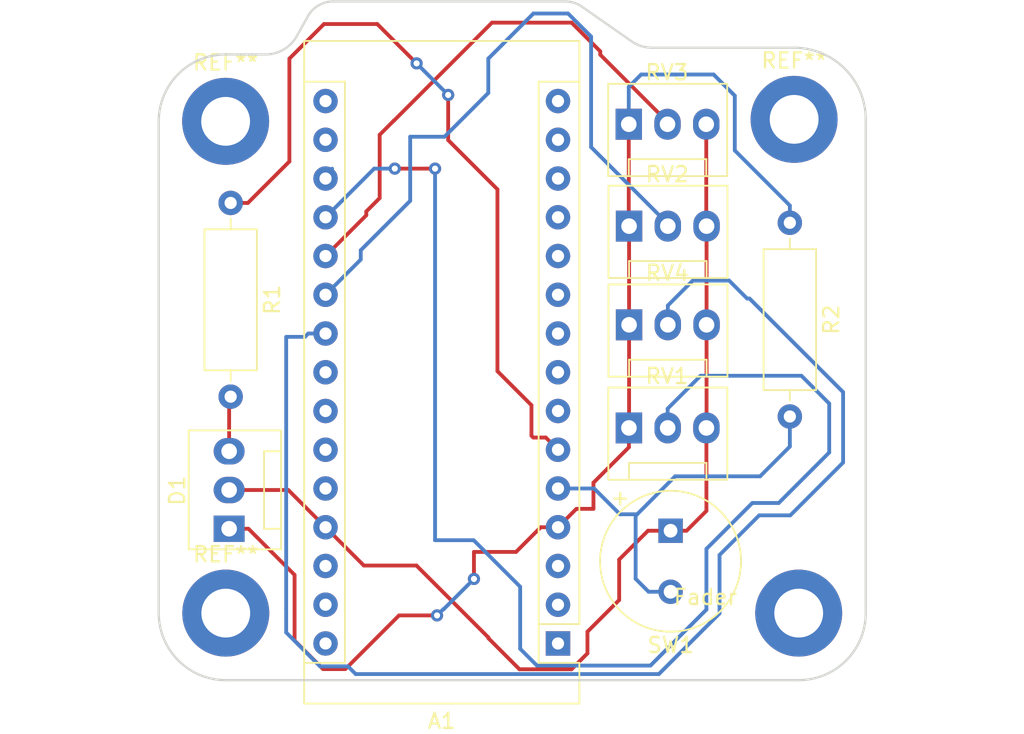
<source format=kicad_pcb>
(kicad_pcb (version 20171130) (host pcbnew 5.0.2-bee76a0~70~ubuntu18.04.1)

  (general
    (thickness 1.6)
    (drawings 18)
    (tracks 164)
    (zones 0)
    (modules 14)
    (nets 32)
  )

  (page A4)
  (layers
    (0 F.Cu signal)
    (31 B.Cu signal)
    (32 B.Adhes user)
    (33 F.Adhes user)
    (34 B.Paste user)
    (35 F.Paste user)
    (36 B.SilkS user)
    (37 F.SilkS user)
    (38 B.Mask user)
    (39 F.Mask user)
    (40 Dwgs.User user)
    (41 Cmts.User user)
    (42 Eco1.User user)
    (43 Eco2.User user)
    (44 Edge.Cuts user)
    (45 Margin user)
    (46 B.CrtYd user)
    (47 F.CrtYd user)
    (48 B.Fab user)
    (49 F.Fab user)
  )

  (setup
    (last_trace_width 0.25)
    (trace_clearance 0.2)
    (zone_clearance 0.508)
    (zone_45_only no)
    (trace_min 0.2)
    (segment_width 0.2)
    (edge_width 0.15)
    (via_size 0.8)
    (via_drill 0.4)
    (via_min_size 0.4)
    (via_min_drill 0.3)
    (uvia_size 0.3)
    (uvia_drill 0.1)
    (uvias_allowed no)
    (uvia_min_size 0.2)
    (uvia_min_drill 0.1)
    (pcb_text_width 0.3)
    (pcb_text_size 1.5 1.5)
    (mod_edge_width 0.15)
    (mod_text_size 1 1)
    (mod_text_width 0.15)
    (pad_size 1.524 1.524)
    (pad_drill 0.762)
    (pad_to_mask_clearance 0.051)
    (solder_mask_min_width 0.25)
    (aux_axis_origin 0 0)
    (visible_elements FFFFFF7F)
    (pcbplotparams
      (layerselection 0x010fc_ffffffff)
      (usegerberextensions false)
      (usegerberattributes false)
      (usegerberadvancedattributes false)
      (creategerberjobfile false)
      (excludeedgelayer true)
      (linewidth 0.100000)
      (plotframeref false)
      (viasonmask false)
      (mode 1)
      (useauxorigin false)
      (hpglpennumber 1)
      (hpglpenspeed 20)
      (hpglpendiameter 15.000000)
      (psnegative false)
      (psa4output false)
      (plotreference true)
      (plotvalue true)
      (plotinvisibletext false)
      (padsonsilk false)
      (subtractmaskfromsilk false)
      (outputformat 1)
      (mirror false)
      (drillshape 1)
      (scaleselection 1)
      (outputdirectory ""))
  )

  (net 0 "")
  (net 1 "Net-(D1-Pad3)")
  (net 2 "Net-(A1-Pad1)")
  (net 3 "Net-(A1-Pad17)")
  (net 4 "Net-(A1-Pad2)")
  (net 5 "Net-(A1-Pad18)")
  (net 6 "Net-(A1-Pad3)")
  (net 7 "Net-(A1-Pad19)")
  (net 8 "Net-(A1-Pad22)")
  (net 9 "Net-(A1-Pad20)")
  (net 10 "Net-(A1-Pad5)")
  (net 11 "Net-(A1-Pad21)")
  (net 12 "Net-(A1-Pad6)")
  (net 13 "Net-(A1-Pad7)")
  (net 14 "Net-(A1-Pad23)")
  (net 15 "Net-(A1-Pad8)")
  (net 16 "Net-(A1-Pad24)")
  (net 17 "Net-(A1-Pad9)")
  (net 18 "Net-(A1-Pad25)")
  (net 19 "Net-(A1-Pad10)")
  (net 20 "Net-(A1-Pad26)")
  (net 21 "Net-(A1-Pad11)")
  (net 22 "Net-(A1-Pad27)")
  (net 23 "Net-(A1-Pad12)")
  (net 24 "Net-(A1-Pad28)")
  (net 25 "Net-(A1-Pad13)")
  (net 26 "Net-(A1-Pad29)")
  (net 27 "Net-(A1-Pad14)")
  (net 28 "Net-(A1-Pad30)")
  (net 29 "Net-(A1-Pad15)")
  (net 30 "Net-(A1-Pad16)")
  (net 31 "Net-(A1-Pad4)")

  (net_class Default "This is the default net class."
    (clearance 0.2)
    (trace_width 0.25)
    (via_dia 0.8)
    (via_drill 0.4)
    (uvia_dia 0.3)
    (uvia_drill 0.1)
    (add_net "Net-(A1-Pad1)")
    (add_net "Net-(A1-Pad10)")
    (add_net "Net-(A1-Pad11)")
    (add_net "Net-(A1-Pad12)")
    (add_net "Net-(A1-Pad13)")
    (add_net "Net-(A1-Pad14)")
    (add_net "Net-(A1-Pad15)")
    (add_net "Net-(A1-Pad16)")
    (add_net "Net-(A1-Pad17)")
    (add_net "Net-(A1-Pad18)")
    (add_net "Net-(A1-Pad19)")
    (add_net "Net-(A1-Pad2)")
    (add_net "Net-(A1-Pad20)")
    (add_net "Net-(A1-Pad21)")
    (add_net "Net-(A1-Pad22)")
    (add_net "Net-(A1-Pad23)")
    (add_net "Net-(A1-Pad24)")
    (add_net "Net-(A1-Pad25)")
    (add_net "Net-(A1-Pad26)")
    (add_net "Net-(A1-Pad27)")
    (add_net "Net-(A1-Pad28)")
    (add_net "Net-(A1-Pad29)")
    (add_net "Net-(A1-Pad3)")
    (add_net "Net-(A1-Pad30)")
    (add_net "Net-(A1-Pad4)")
    (add_net "Net-(A1-Pad5)")
    (add_net "Net-(A1-Pad6)")
    (add_net "Net-(A1-Pad7)")
    (add_net "Net-(A1-Pad8)")
    (add_net "Net-(A1-Pad9)")
    (add_net "Net-(D1-Pad3)")
  )

  (module Module:Arduino_Nano (layer F.Cu) (tedit 58ACAF70) (tstamp 609E4AAB)
    (at 89.83 136.96 180)
    (descr "Arduino Nano, http://www.mouser.com/pdfdocs/Gravitech_Arduino_Nano3_0.pdf")
    (tags "Arduino Nano")
    (path /6091C549)
    (fp_text reference A1 (at 7.62 -5.08 180) (layer F.SilkS)
      (effects (font (size 1 1) (thickness 0.15)))
    )
    (fp_text value Arduino_Nano_v3.x (at 8.89 19.05 270) (layer F.Fab)
      (effects (font (size 1 1) (thickness 0.15)))
    )
    (fp_text user %R (at 6.35 19.05 270) (layer F.Fab)
      (effects (font (size 1 1) (thickness 0.15)))
    )
    (fp_line (start 1.27 1.27) (end 1.27 -1.27) (layer F.SilkS) (width 0.12))
    (fp_line (start 1.27 -1.27) (end -1.4 -1.27) (layer F.SilkS) (width 0.12))
    (fp_line (start -1.4 1.27) (end -1.4 39.5) (layer F.SilkS) (width 0.12))
    (fp_line (start -1.4 -3.94) (end -1.4 -1.27) (layer F.SilkS) (width 0.12))
    (fp_line (start 13.97 -1.27) (end 16.64 -1.27) (layer F.SilkS) (width 0.12))
    (fp_line (start 13.97 -1.27) (end 13.97 36.83) (layer F.SilkS) (width 0.12))
    (fp_line (start 13.97 36.83) (end 16.64 36.83) (layer F.SilkS) (width 0.12))
    (fp_line (start 1.27 1.27) (end -1.4 1.27) (layer F.SilkS) (width 0.12))
    (fp_line (start 1.27 1.27) (end 1.27 36.83) (layer F.SilkS) (width 0.12))
    (fp_line (start 1.27 36.83) (end -1.4 36.83) (layer F.SilkS) (width 0.12))
    (fp_line (start 3.81 31.75) (end 11.43 31.75) (layer F.Fab) (width 0.1))
    (fp_line (start 11.43 31.75) (end 11.43 41.91) (layer F.Fab) (width 0.1))
    (fp_line (start 11.43 41.91) (end 3.81 41.91) (layer F.Fab) (width 0.1))
    (fp_line (start 3.81 41.91) (end 3.81 31.75) (layer F.Fab) (width 0.1))
    (fp_line (start -1.4 39.5) (end 16.64 39.5) (layer F.SilkS) (width 0.12))
    (fp_line (start 16.64 39.5) (end 16.64 -3.94) (layer F.SilkS) (width 0.12))
    (fp_line (start 16.64 -3.94) (end -1.4 -3.94) (layer F.SilkS) (width 0.12))
    (fp_line (start 16.51 39.37) (end -1.27 39.37) (layer F.Fab) (width 0.1))
    (fp_line (start -1.27 39.37) (end -1.27 -2.54) (layer F.Fab) (width 0.1))
    (fp_line (start -1.27 -2.54) (end 0 -3.81) (layer F.Fab) (width 0.1))
    (fp_line (start 0 -3.81) (end 16.51 -3.81) (layer F.Fab) (width 0.1))
    (fp_line (start 16.51 -3.81) (end 16.51 39.37) (layer F.Fab) (width 0.1))
    (fp_line (start -1.53 -4.06) (end 16.75 -4.06) (layer F.CrtYd) (width 0.05))
    (fp_line (start -1.53 -4.06) (end -1.53 42.16) (layer F.CrtYd) (width 0.05))
    (fp_line (start 16.75 42.16) (end 16.75 -4.06) (layer F.CrtYd) (width 0.05))
    (fp_line (start 16.75 42.16) (end -1.53 42.16) (layer F.CrtYd) (width 0.05))
    (pad 1 thru_hole rect (at 0 0 180) (size 1.6 1.6) (drill 0.8) (layers *.Cu *.Mask)
      (net 2 "Net-(A1-Pad1)"))
    (pad 17 thru_hole oval (at 15.24 33.02 180) (size 1.6 1.6) (drill 0.8) (layers *.Cu *.Mask)
      (net 3 "Net-(A1-Pad17)"))
    (pad 2 thru_hole oval (at 0 2.54 180) (size 1.6 1.6) (drill 0.8) (layers *.Cu *.Mask)
      (net 4 "Net-(A1-Pad2)"))
    (pad 18 thru_hole oval (at 15.24 30.48 180) (size 1.6 1.6) (drill 0.8) (layers *.Cu *.Mask)
      (net 5 "Net-(A1-Pad18)"))
    (pad 3 thru_hole oval (at 0 5.08 180) (size 1.6 1.6) (drill 0.8) (layers *.Cu *.Mask)
      (net 6 "Net-(A1-Pad3)"))
    (pad 19 thru_hole oval (at 15.24 27.94 180) (size 1.6 1.6) (drill 0.8) (layers *.Cu *.Mask)
      (net 7 "Net-(A1-Pad19)"))
    (pad 4 thru_hole oval (at 0 7.62 180) (size 1.6 1.6) (drill 0.8) (layers *.Cu *.Mask)
      (net 31 "Net-(A1-Pad4)"))
    (pad 20 thru_hole oval (at 15.24 25.4 180) (size 1.6 1.6) (drill 0.8) (layers *.Cu *.Mask)
      (net 9 "Net-(A1-Pad20)"))
    (pad 5 thru_hole oval (at 0 10.16 180) (size 1.6 1.6) (drill 0.8) (layers *.Cu *.Mask)
      (net 10 "Net-(A1-Pad5)"))
    (pad 21 thru_hole oval (at 15.24 22.86 180) (size 1.6 1.6) (drill 0.8) (layers *.Cu *.Mask)
      (net 11 "Net-(A1-Pad21)"))
    (pad 6 thru_hole oval (at 0 12.7 180) (size 1.6 1.6) (drill 0.8) (layers *.Cu *.Mask)
      (net 12 "Net-(A1-Pad6)"))
    (pad 22 thru_hole oval (at 15.24 20.32 180) (size 1.6 1.6) (drill 0.8) (layers *.Cu *.Mask)
      (net 8 "Net-(A1-Pad22)"))
    (pad 7 thru_hole oval (at 0 15.24 180) (size 1.6 1.6) (drill 0.8) (layers *.Cu *.Mask)
      (net 13 "Net-(A1-Pad7)"))
    (pad 23 thru_hole oval (at 15.24 17.78 180) (size 1.6 1.6) (drill 0.8) (layers *.Cu *.Mask)
      (net 14 "Net-(A1-Pad23)"))
    (pad 8 thru_hole oval (at 0 17.78 180) (size 1.6 1.6) (drill 0.8) (layers *.Cu *.Mask)
      (net 15 "Net-(A1-Pad8)"))
    (pad 24 thru_hole oval (at 15.24 15.24 180) (size 1.6 1.6) (drill 0.8) (layers *.Cu *.Mask)
      (net 16 "Net-(A1-Pad24)"))
    (pad 9 thru_hole oval (at 0 20.32 180) (size 1.6 1.6) (drill 0.8) (layers *.Cu *.Mask)
      (net 17 "Net-(A1-Pad9)"))
    (pad 25 thru_hole oval (at 15.24 12.7 180) (size 1.6 1.6) (drill 0.8) (layers *.Cu *.Mask)
      (net 18 "Net-(A1-Pad25)"))
    (pad 10 thru_hole oval (at 0 22.86 180) (size 1.6 1.6) (drill 0.8) (layers *.Cu *.Mask)
      (net 19 "Net-(A1-Pad10)"))
    (pad 26 thru_hole oval (at 15.24 10.16 180) (size 1.6 1.6) (drill 0.8) (layers *.Cu *.Mask)
      (net 20 "Net-(A1-Pad26)"))
    (pad 11 thru_hole oval (at 0 25.4 180) (size 1.6 1.6) (drill 0.8) (layers *.Cu *.Mask)
      (net 21 "Net-(A1-Pad11)"))
    (pad 27 thru_hole oval (at 15.24 7.62 180) (size 1.6 1.6) (drill 0.8) (layers *.Cu *.Mask)
      (net 22 "Net-(A1-Pad27)"))
    (pad 12 thru_hole oval (at 0 27.94 180) (size 1.6 1.6) (drill 0.8) (layers *.Cu *.Mask)
      (net 23 "Net-(A1-Pad12)"))
    (pad 28 thru_hole oval (at 15.24 5.08 180) (size 1.6 1.6) (drill 0.8) (layers *.Cu *.Mask)
      (net 24 "Net-(A1-Pad28)"))
    (pad 13 thru_hole oval (at 0 30.48 180) (size 1.6 1.6) (drill 0.8) (layers *.Cu *.Mask)
      (net 25 "Net-(A1-Pad13)"))
    (pad 29 thru_hole oval (at 15.24 2.54 180) (size 1.6 1.6) (drill 0.8) (layers *.Cu *.Mask)
      (net 26 "Net-(A1-Pad29)"))
    (pad 14 thru_hole oval (at 0 33.02 180) (size 1.6 1.6) (drill 0.8) (layers *.Cu *.Mask)
      (net 27 "Net-(A1-Pad14)"))
    (pad 30 thru_hole oval (at 15.24 0 180) (size 1.6 1.6) (drill 0.8) (layers *.Cu *.Mask)
      (net 28 "Net-(A1-Pad30)"))
    (pad 15 thru_hole oval (at 0 35.56 180) (size 1.6 1.6) (drill 0.8) (layers *.Cu *.Mask)
      (net 29 "Net-(A1-Pad15)"))
    (pad 16 thru_hole oval (at 15.24 35.56 180) (size 1.6 1.6) (drill 0.8) (layers *.Cu *.Mask)
      (net 30 "Net-(A1-Pad16)"))
    (model ${KISYS3DMOD}/Module.3dshapes/Arduino_Nano_WithMountingHoles.wrl
      (at (xyz 0 0 0))
      (scale (xyz 1 1 1))
      (rotate (xyz 0 0 0))
    )
  )

  (module CSC_Logo_PCB:logo_CSC_simbolo_W (layer F.Cu) (tedit 60746151) (tstamp 6080DE72)
    (at 81.88 125.63)
    (fp_text reference G*** (at 0 0) (layer F.SilkS) hide
      (effects (font (size 1.524 1.524) (thickness 0.3)))
    )
    (fp_text value LOGO (at 0.75 0) (layer F.SilkS) hide
      (effects (font (size 1.524 1.524) (thickness 0.3)))
    )
    (fp_poly (pts (xy 3.020772 -10.258215) (xy 3.051461 -10.149532) (xy 3.054108 -10.078557) (xy 3.06627 -9.938021)
      (xy 3.107214 -9.879389) (xy 3.132059 -9.87495) (xy 3.21512 -9.915224) (xy 3.247899 -10.00403)
      (xy 3.213573 -10.092159) (xy 3.161212 -10.187655) (xy 3.155912 -10.223881) (xy 3.170667 -10.264499)
      (xy 3.227307 -10.232365) (xy 3.257716 -10.205812) (xy 3.345169 -10.0775) (xy 3.349389 -9.947824)
      (xy 3.287238 -9.833994) (xy 3.175576 -9.753217) (xy 3.031265 -9.722704) (xy 2.871168 -9.759662)
      (xy 2.837776 -9.777223) (xy 2.767058 -9.870101) (xy 2.753302 -10.002204) (xy 2.850501 -10.002204)
      (xy 2.867926 -9.906544) (xy 2.901403 -9.87495) (xy 2.939667 -9.918511) (xy 2.952305 -10.002204)
      (xy 2.934881 -10.097865) (xy 2.901403 -10.129459) (xy 2.863139 -10.085898) (xy 2.850501 -10.002204)
      (xy 2.753302 -10.002204) (xy 2.753009 -10.005016) (xy 2.795225 -10.139703) (xy 2.841784 -10.197922)
      (xy 2.952295 -10.27355) (xy 3.020772 -10.258215)) (layer Dwgs.User) (width 0.01))
    (fp_poly (pts (xy 3.155887 -9.614447) (xy 3.296706 -9.598099) (xy 3.358312 -9.573845) (xy 3.359519 -9.569539)
      (xy 3.311643 -9.544798) (xy 3.179862 -9.527262) (xy 2.981943 -9.519008) (xy 2.92385 -9.518637)
      (xy 2.699727 -9.524111) (xy 2.562097 -9.539946) (xy 2.517947 -9.565262) (xy 2.519639 -9.569539)
      (xy 2.582053 -9.59344) (xy 2.719489 -9.61132) (xy 2.905206 -9.620053) (xy 2.955309 -9.620441)
      (xy 3.155887 -9.614447)) (layer Dwgs.User) (width 0.01))
    (fp_poly (pts (xy 3.334068 -9.157494) (xy 3.305943 -8.97943) (xy 3.235928 -8.881192) (xy 3.145562 -8.86534)
      (xy 3.056383 -8.934435) (xy 2.989933 -9.091037) (xy 2.984488 -9.115938) (xy 2.956876 -9.192391)
      (xy 3.074491 -9.192391) (xy 3.103491 -9.089968) (xy 3.162372 -9.001632) (xy 3.223094 -8.991743)
      (xy 3.25676 -9.061655) (xy 3.257716 -9.082743) (xy 3.227789 -9.157968) (xy 3.162016 -9.228367)
      (xy 3.096409 -9.260033) (xy 3.076905 -9.25299) (xy 3.074491 -9.192391) (xy 2.956876 -9.192391)
      (xy 2.949075 -9.213989) (xy 2.905034 -9.240639) (xy 2.902001 -9.239047) (xy 2.855752 -9.159735)
      (xy 2.863223 -9.048594) (xy 2.905838 -8.974643) (xy 2.93111 -8.909945) (xy 2.911606 -8.88867)
      (xy 2.842659 -8.896033) (xy 2.801894 -8.930502) (xy 2.764542 -9.029274) (xy 2.757565 -9.167503)
      (xy 2.75795 -9.171725) (xy 2.772066 -9.268454) (xy 2.80815 -9.320331) (xy 2.8927 -9.343783)
      (xy 3.052211 -9.355237) (xy 3.054108 -9.355337) (xy 3.334068 -9.370194) (xy 3.334068 -9.157494)) (layer Dwgs.User) (width 0.01))
    (fp_poly (pts (xy 3.336467 -8.729246) (xy 3.359519 -8.709538) (xy 3.313836 -8.677065) (xy 3.197625 -8.651355)
      (xy 3.117736 -8.64337) (xy 2.968685 -8.626936) (xy 2.896446 -8.594696) (xy 2.876094 -8.534555)
      (xy 2.875952 -8.526052) (xy 2.895027 -8.459378) (xy 2.96868 -8.420926) (xy 3.10501 -8.398798)
      (xy 3.25833 -8.370022) (xy 3.315004 -8.333716) (xy 3.279096 -8.297244) (xy 3.154668 -8.267972)
      (xy 3.026347 -8.256191) (xy 2.742905 -8.240839) (xy 2.758527 -8.485249) (xy 2.774148 -8.729659)
      (xy 3.066834 -8.744925) (xy 3.23295 -8.745498) (xy 3.336467 -8.729246)) (layer Dwgs.User) (width 0.01))
    (fp_poly (pts (xy 2.109636 -8.334458) (xy 2.136524 -8.293803) (xy 2.138571 -8.265294) (xy 2.152626 -8.134253)
      (xy 2.167974 -8.062799) (xy 2.155459 -7.934269) (xy 2.112742 -7.871917) (xy 2.013917 -7.79744)
      (xy 1.936519 -7.809734) (xy 1.893692 -7.851888) (xy 1.841792 -7.947811) (xy 1.805588 -8.055495)
      (xy 1.767484 -8.15643) (xy 1.75644 -8.167666) (xy 1.891761 -8.167666) (xy 1.8954 -8.076816)
      (xy 1.914264 -8.021197) (xy 1.972782 -7.947376) (xy 2.040707 -7.963829) (xy 2.058684 -7.98699)
      (xy 2.067679 -8.077518) (xy 2.019752 -8.164118) (xy 1.954274 -8.19519) (xy 1.891761 -8.167666)
      (xy 1.75644 -8.167666) (xy 1.729385 -8.19519) (xy 1.674859 -8.154502) (xy 1.664341 -8.05943)
      (xy 1.690762 -7.974498) (xy 1.717055 -7.876718) (xy 1.682739 -7.845114) (xy 1.611894 -7.896052)
      (xy 1.599245 -7.912314) (xy 1.525301 -8.067541) (xy 1.546589 -8.193413) (xy 1.659304 -8.284147)
      (xy 1.859642 -8.333961) (xy 1.877941 -8.335872) (xy 2.031705 -8.346243) (xy 2.109636 -8.334458)) (layer Dwgs.User) (width 0.01))
    (fp_poly (pts (xy 3.172551 -8.150918) (xy 3.285614 -8.064839) (xy 3.343735 -7.93476) (xy 3.324676 -7.778454)
      (xy 3.317879 -7.762525) (xy 3.256699 -7.674992) (xy 3.156919 -7.639572) (xy 3.06538 -7.63527)
      (xy 2.922539 -7.65038) (xy 2.820523 -7.68761) (xy 2.80978 -7.696353) (xy 2.750945 -7.818676)
      (xy 2.758232 -7.919649) (xy 2.85459 -7.919649) (xy 2.868909 -7.813427) (xy 2.93866 -7.752899)
      (xy 3.052671 -7.741019) (xy 3.165726 -7.777874) (xy 3.206276 -7.812779) (xy 3.249529 -7.918651)
      (xy 3.204184 -8.001475) (xy 3.083397 -8.041389) (xy 3.054108 -8.042485) (xy 2.915948 -8.009551)
      (xy 2.85459 -7.919649) (xy 2.758232 -7.919649) (xy 2.761506 -7.965004) (xy 2.835142 -8.091287)
      (xy 2.870562 -8.119987) (xy 3.026788 -8.175224) (xy 3.172551 -8.150918)) (layer Dwgs.User) (width 0.01))
    (fp_poly (pts (xy 2.011232 -7.677804) (xy 2.11292 -7.656219) (xy 2.137876 -7.63527) (xy 2.091853 -7.607395)
      (xy 1.973132 -7.588906) (xy 1.857916 -7.584369) (xy 1.7046 -7.592737) (xy 1.602912 -7.614322)
      (xy 1.577956 -7.63527) (xy 1.623979 -7.663146) (xy 1.7427 -7.681635) (xy 1.857916 -7.686172)
      (xy 2.011232 -7.677804)) (layer Dwgs.User) (width 0.01))
    (fp_poly (pts (xy 1.467538 -7.658687) (xy 1.476153 -7.63527) (xy 1.434924 -7.590111) (xy 1.3998 -7.584369)
      (xy 1.332061 -7.611854) (xy 1.323447 -7.63527) (xy 1.364675 -7.68043) (xy 1.3998 -7.686172)
      (xy 1.467538 -7.658687)) (layer Dwgs.User) (width 0.01))
    (fp_poly (pts (xy 3.029243 -7.523282) (xy 3.182788 -7.50657) (xy 3.284689 -7.479465) (xy 3.309788 -7.457114)
      (xy 3.263729 -7.426749) (xy 3.144899 -7.401794) (xy 3.029243 -7.390947) (xy 2.864698 -7.38724)
      (xy 2.778898 -7.40259) (xy 2.749733 -7.442212) (xy 2.748698 -7.457114) (xy 2.766773 -7.503893)
      (xy 2.835739 -7.525045) (xy 2.977708 -7.525785) (xy 3.029243 -7.523282)) (layer Dwgs.User) (width 0.01))
    (fp_poly (pts (xy 2.641505 -7.492193) (xy 2.646894 -7.457114) (xy 2.615634 -7.386913) (xy 2.545356 -7.399492)
      (xy 2.529507 -7.413312) (xy 2.519213 -7.476764) (xy 2.570804 -7.528212) (xy 2.598996 -7.533467)
      (xy 2.641505 -7.492193)) (layer Dwgs.User) (width 0.01))
    (fp_poly (pts (xy 2.133189 -7.457678) (xy 2.302875 -7.384264) (xy 2.384765 -7.264197) (xy 2.376744 -7.099347)
      (xy 2.361488 -7.054063) (xy 2.306685 -6.991798) (xy 2.23491 -6.97448) (xy 2.190485 -7.009709)
      (xy 2.188778 -7.024449) (xy 2.227975 -7.073307) (xy 2.24322 -7.075351) (xy 2.280222 -7.113073)
      (xy 2.278149 -7.196324) (xy 2.244734 -7.280229) (xy 2.201503 -7.317389) (xy 2.152981 -7.290975)
      (xy 2.137876 -7.183187) (xy 2.098899 -7.032044) (xy 1.991721 -6.94712) (xy 1.83097 -6.935446)
      (xy 1.699566 -6.972514) (xy 1.596038 -7.041668) (xy 1.555684 -7.153471) (xy 1.663595 -7.153471)
      (xy 1.748825 -7.089427) (xy 1.863362 -7.075351) (xy 1.981474 -7.085582) (xy 2.028825 -7.131111)
      (xy 2.036072 -7.202605) (xy 2.022318 -7.289413) (xy 1.960954 -7.324381) (xy 1.862158 -7.32986)
      (xy 1.73898 -7.313095) (xy 1.668859 -7.272142) (xy 1.666049 -7.266232) (xy 1.663595 -7.153471)
      (xy 1.555684 -7.153471) (xy 1.555411 -7.154227) (xy 1.565011 -7.317134) (xy 1.583346 -7.410709)
      (xy 1.620559 -7.460016) (xy 1.703465 -7.47924) (xy 1.858882 -7.482561) (xy 1.877818 -7.482565)
      (xy 2.133189 -7.457678)) (layer Dwgs.User) (width 0.01))
    (fp_poly (pts (xy 3.337241 -7.285276) (xy 3.354044 -7.175536) (xy 3.358528 -7.036657) (xy 3.350193 -6.904653)
      (xy 3.328537 -6.815541) (xy 3.315976 -6.799939) (xy 3.256549 -6.815343) (xy 3.149672 -6.883516)
      (xy 3.061467 -6.953606) (xy 2.850501 -7.134185) (xy 2.850501 -6.977513) (xy 2.836102 -6.868592)
      (xy 2.801284 -6.820927) (xy 2.799599 -6.820842) (xy 2.770649 -6.86664) (xy 2.752211 -6.983817)
      (xy 2.748698 -7.077142) (xy 2.752507 -7.226283) (xy 2.769611 -7.293637) (xy 2.808523 -7.29911)
      (xy 2.837776 -7.285423) (xy 2.933757 -7.215439) (xy 3.044581 -7.111494) (xy 3.050256 -7.105475)
      (xy 3.160542 -7.002431) (xy 3.224986 -6.986734) (xy 3.253591 -7.060614) (xy 3.257716 -7.151703)
      (xy 3.2705 -7.269459) (xy 3.301937 -7.328321) (xy 3.308617 -7.32986) (xy 3.337241 -7.285276)) (layer Dwgs.User) (width 0.01))
    (fp_poly (pts (xy 2.017078 -6.830335) (xy 2.133232 -6.737814) (xy 2.187801 -6.602739) (xy 2.188778 -6.580458)
      (xy 2.145703 -6.478018) (xy 2.041491 -6.380917) (xy 1.913658 -6.319615) (xy 1.857916 -6.311824)
      (xy 1.72625 -6.347226) (xy 1.628858 -6.413627) (xy 1.542362 -6.531434) (xy 1.542527 -6.550678)
      (xy 1.658615 -6.550678) (xy 1.661918 -6.539409) (xy 1.731098 -6.481445) (xy 1.848909 -6.462993)
      (xy 1.970777 -6.482609) (xy 2.052131 -6.538849) (xy 2.058848 -6.552264) (xy 2.048606 -6.64667)
      (xy 1.971605 -6.730489) (xy 1.860163 -6.769739) (xy 1.851823 -6.76994) (xy 1.755556 -6.73174)
      (xy 1.679754 -6.644815) (xy 1.658615 -6.550678) (xy 1.542527 -6.550678) (xy 1.543344 -6.645723)
      (xy 1.606293 -6.758614) (xy 1.722889 -6.850131) (xy 1.870057 -6.870906) (xy 2.017078 -6.830335)) (layer Dwgs.User) (width 0.01))
    (fp_poly (pts (xy 3.266429 -6.713727) (xy 3.329868 -6.685873) (xy 3.347499 -6.617595) (xy 3.348012 -6.579058)
      (xy 3.337627 -6.381668) (xy 3.30366 -6.266875) (xy 3.23802 -6.216658) (xy 3.182355 -6.21002)
      (xy 3.09583 -6.228446) (xy 3.040205 -6.301175) (xy 3.002793 -6.415163) (xy 2.958864 -6.534212)
      (xy 2.922139 -6.58039) (xy 3.059388 -6.58039) (xy 3.086568 -6.488269) (xy 3.104915 -6.439329)
      (xy 3.163994 -6.352373) (xy 3.224517 -6.346776) (xy 3.257065 -6.422353) (xy 3.257716 -6.440291)
      (xy 3.21738 -6.518823) (xy 3.155912 -6.566333) (xy 3.080257 -6.600819) (xy 3.059388 -6.58039)
      (xy 2.922139 -6.58039) (xy 2.91373 -6.590963) (xy 2.899027 -6.590315) (xy 2.855219 -6.512616)
      (xy 2.863192 -6.402521) (xy 2.905838 -6.327749) (xy 2.930946 -6.263778) (xy 2.913987 -6.243248)
      (xy 2.842428 -6.248139) (xy 2.807748 -6.273134) (xy 2.75994 -6.371629) (xy 2.749632 -6.503147)
      (xy 2.774548 -6.623692) (xy 2.829213 -6.688141) (xy 2.929035 -6.707575) (xy 3.079692 -6.718301)
      (xy 3.12924 -6.719038) (xy 3.266429 -6.713727)) (layer Dwgs.User) (width 0.01))
    (fp_poly (pts (xy 1.932324 -6.204067) (xy 2.074036 -6.187814) (xy 2.136519 -6.163672) (xy 2.137876 -6.159118)
      (xy 2.090251 -6.13391) (xy 1.960229 -6.116196) (xy 1.76709 -6.108386) (xy 1.730662 -6.108216)
      (xy 1.528999 -6.11417) (xy 1.387287 -6.130422) (xy 1.324804 -6.154565) (xy 1.323447 -6.159118)
      (xy 1.371072 -6.184326) (xy 1.501094 -6.20204) (xy 1.694233 -6.20985) (xy 1.730662 -6.21002)
      (xy 1.932324 -6.204067)) (layer Dwgs.User) (width 0.01))
    (fp_poly (pts (xy 3.333388 -6.148588) (xy 3.351639 -6.076189) (xy 3.341954 -6.034059) (xy 3.27727 -5.978655)
      (xy 3.130841 -5.956365) (xy 3.081157 -5.955511) (xy 2.943999 -5.945467) (xy 2.861393 -5.920035)
      (xy 2.850501 -5.904609) (xy 2.811766 -5.855187) (xy 2.799599 -5.853707) (xy 2.750134 -5.888078)
      (xy 2.748698 -5.898672) (xy 2.706409 -5.94708) (xy 2.634169 -5.980421) (xy 2.555627 -6.00983)
      (xy 2.570922 -6.029146) (xy 2.621443 -6.043148) (xy 2.725851 -6.091164) (xy 2.765298 -6.12683)
      (xy 2.810565 -6.155011) (xy 2.833167 -6.120942) (xy 2.89654 -6.079523) (xy 3.021342 -6.058174)
      (xy 3.054108 -6.057315) (xy 3.188225 -6.072591) (xy 3.266269 -6.111116) (xy 3.271956 -6.120942)
      (xy 3.31439 -6.157853) (xy 3.333388 -6.148588)) (layer Dwgs.User) (width 0.01))
    (fp_poly (pts (xy 2.017078 -5.965005) (xy 2.133232 -5.872484) (xy 2.187801 -5.737408) (xy 2.188778 -5.715127)
      (xy 2.145703 -5.612687) (xy 2.041491 -5.515586) (xy 1.913658 -5.454284) (xy 1.857916 -5.446493)
      (xy 1.72625 -5.481896) (xy 1.628858 -5.548297) (xy 1.542362 -5.666104) (xy 1.542527 -5.685348)
      (xy 1.658615 -5.685348) (xy 1.661918 -5.674078) (xy 1.731098 -5.616114) (xy 1.848909 -5.597662)
      (xy 1.970777 -5.617278) (xy 2.052131 -5.673518) (xy 2.058848 -5.686934) (xy 2.048606 -5.781339)
      (xy 1.971605 -5.865158) (xy 1.860163 -5.904409) (xy 1.851823 -5.904609) (xy 1.755556 -5.866409)
      (xy 1.679754 -5.779484) (xy 1.658615 -5.685348) (xy 1.542527 -5.685348) (xy 1.543344 -5.780393)
      (xy 1.606293 -5.893283) (xy 1.722889 -5.9848) (xy 1.870057 -6.005576) (xy 2.017078 -5.965005)) (layer Dwgs.User) (width 0.01))
    (fp_poly (pts (xy 3.035771 -5.79262) (xy 3.19862 -5.78129) (xy 3.286116 -5.758777) (xy 3.324588 -5.708911)
      (xy 3.340367 -5.615523) (xy 3.34153 -5.604833) (xy 3.338457 -5.466589) (xy 3.305527 -5.366649)
      (xy 3.302733 -5.363049) (xy 3.228352 -5.325263) (xy 3.102125 -5.301781) (xy 2.95848 -5.293745)
      (xy 2.831849 -5.302296) (xy 2.756661 -5.328574) (xy 2.748698 -5.344689) (xy 2.79367 -5.3776)
      (xy 2.905181 -5.395396) (xy 2.939579 -5.396371) (xy 3.127997 -5.416624) (xy 3.231273 -5.473228)
      (xy 3.243396 -5.56275) (xy 3.24128 -5.56861) (xy 3.180667 -5.625073) (xy 3.044634 -5.64863)
      (xy 2.979353 -5.6501) (xy 2.829306 -5.659414) (xy 2.759925 -5.691873) (xy 2.748698 -5.728993)
      (xy 2.767995 -5.774048) (xy 2.840148 -5.79446) (xy 2.986546 -5.794968) (xy 3.035771 -5.79262)) (layer Dwgs.User) (width 0.01))
    (fp_poly (pts (xy 0.84527 -5.523995) (xy 0.937548 -5.413229) (xy 0.96875 -5.26848) (xy 0.932558 -5.133797)
      (xy 0.906052 -5.100361) (xy 0.796656 -5.050528) (xy 0.645264 -5.043575) (xy 0.501264 -5.077516)
      (xy 0.436301 -5.119267) (xy 0.362498 -5.246392) (xy 0.369742 -5.366429) (xy 0.489187 -5.366429)
      (xy 0.489894 -5.254527) (xy 0.56759 -5.174423) (xy 0.697753 -5.150205) (xy 0.708268 -5.151234)
      (xy 0.809126 -5.186453) (xy 0.839622 -5.278475) (xy 0.83988 -5.293788) (xy 0.821531 -5.386218)
      (xy 0.746505 -5.427172) (xy 0.680947 -5.436508) (xy 0.548595 -5.426889) (xy 0.489187 -5.366429)
      (xy 0.369742 -5.366429) (xy 0.370204 -5.374079) (xy 0.440894 -5.483994) (xy 0.556041 -5.557804)
      (xy 0.69712 -5.577175) (xy 0.84527 -5.523995)) (layer Dwgs.User) (width 0.01))
    (fp_poly (pts (xy 2.029753 -5.335472) (xy 2.121208 -5.311922) (xy 2.137876 -5.293788) (xy 2.092338 -5.263625)
      (xy 1.97694 -5.245372) (xy 1.905278 -5.242886) (xy 1.763453 -5.238037) (xy 1.698462 -5.214725)
      (xy 1.685474 -5.159806) (xy 1.688945 -5.128357) (xy 1.717116 -5.053011) (xy 1.79268 -5.014471)
      (xy 1.921543 -4.998175) (xy 2.074505 -4.975834) (xy 2.132206 -4.944313) (xy 2.099488 -4.912976)
      (xy 1.98119 -4.891185) (xy 1.86385 -4.886573) (xy 1.704541 -4.890421) (xy 1.619111 -4.910581)
      (xy 1.579692 -4.959976) (xy 1.563169 -5.026011) (xy 1.556686 -5.189663) (xy 1.619526 -5.290401)
      (xy 1.761389 -5.337826) (xy 1.885158 -5.344689) (xy 2.029753 -5.335472)) (layer Dwgs.User) (width 0.01))
    (fp_poly (pts (xy 3.185487 -5.156805) (xy 3.301551 -5.066778) (xy 3.350817 -4.94517) (xy 3.345208 -4.888247)
      (xy 3.344557 -4.809809) (xy 3.416379 -4.785285) (xy 3.440637 -4.784769) (xy 3.533993 -4.76673)
      (xy 3.563126 -4.733868) (xy 3.515581 -4.70852) (xy 3.386115 -4.690753) (xy 3.194489 -4.683089)
      (xy 3.16416 -4.682966) (xy 2.765193 -4.682966) (xy 2.758158 -4.870093) (xy 2.767461 -4.969025)
      (xy 2.858654 -4.969025) (xy 2.878832 -4.865305) (xy 2.962421 -4.801836) (xy 3.075467 -4.789142)
      (xy 3.184015 -4.837746) (xy 3.206814 -4.861122) (xy 3.244202 -4.941853) (xy 3.204678 -5.016401)
      (xy 3.107103 -5.073891) (xy 2.988093 -5.075489) (xy 2.890622 -5.02708) (xy 2.858654 -4.969025)
      (xy 2.767461 -4.969025) (xy 2.775129 -5.050556) (xy 2.849828 -5.153389) (xy 2.99273 -5.191134)
      (xy 3.027001 -5.191984) (xy 3.185487 -5.156805)) (layer Dwgs.User) (width 0.01))
    (fp_poly (pts (xy 0.498979 -4.948188) (xy 0.523767 -4.886573) (xy 0.564151 -4.81852) (xy 0.656788 -4.789119)
      (xy 0.758762 -4.784769) (xy 0.888011 -4.773722) (xy 0.961062 -4.746051) (xy 0.967134 -4.733868)
      (xy 0.920899 -4.706593) (xy 0.800692 -4.688159) (xy 0.66947 -4.682966) (xy 0.503046 -4.685206)
      (xy 0.413764 -4.700241) (xy 0.376961 -4.74054) (xy 0.367975 -4.818573) (xy 0.367464 -4.835671)
      (xy 0.388195 -4.948948) (xy 0.440934 -4.989352) (xy 0.498979 -4.948188)) (layer Dwgs.User) (width 0.01))
    (fp_poly (pts (xy 0.966926 -4.55172) (xy 0.967134 -4.534896) (xy 0.95791 -4.462919) (xy 0.915949 -4.417687)
      (xy 0.819819 -4.389159) (xy 0.648086 -4.367295) (xy 0.599117 -4.362486) (xy 0.403101 -4.362367)
      (xy 0.273208 -4.401822) (xy 0.268335 -4.405212) (xy 0.208479 -4.473815) (xy 0.245992 -4.51927)
      (xy 0.378883 -4.5406) (xy 0.543068 -4.540047) (xy 0.713259 -4.543358) (xy 0.847046 -4.564584)
      (xy 0.897032 -4.586349) (xy 0.950766 -4.612107) (xy 0.966926 -4.55172)) (layer Dwgs.User) (width 0.01))
    (fp_poly (pts (xy 1.985019 -4.753814) (xy 2.00996 -4.743431) (xy 2.129708 -4.646609) (xy 2.17185 -4.520452)
      (xy 2.144078 -4.391195) (xy 2.054083 -4.285074) (xy 1.909559 -4.228326) (xy 1.857916 -4.22485)
      (xy 1.704521 -4.251737) (xy 1.604022 -4.344027) (xy 1.603228 -4.345233) (xy 1.55378 -4.49273)
      (xy 1.564216 -4.535182) (xy 1.656638 -4.535182) (xy 1.681458 -4.439316) (xy 1.711009 -4.404479)
      (xy 1.835552 -4.33488) (xy 1.963992 -4.346086) (xy 2.030718 -4.396554) (xy 2.071232 -4.500498)
      (xy 2.024444 -4.584677) (xy 1.904854 -4.62933) (xy 1.857916 -4.632064) (xy 1.719077 -4.605039)
      (xy 1.656638 -4.535182) (xy 1.564216 -4.535182) (xy 1.586622 -4.626317) (xy 1.682367 -4.727014)
      (xy 1.821629 -4.775839) (xy 1.985019 -4.753814)) (layer Dwgs.User) (width 0.01))
    (fp_poly (pts (xy -0.514095 -5.044057) (xy -0.415786 -4.924656) (xy -0.361341 -4.760427) (xy -0.356312 -4.691839)
      (xy -0.39952 -4.489423) (xy -0.526293 -4.342526) (xy -0.732362 -4.255203) (xy -0.83428 -4.238059)
      (xy -0.988503 -4.22999) (xy -1.093653 -4.261104) (xy -1.199988 -4.348274) (xy -1.219213 -4.367294)
      (xy -1.333844 -4.515799) (xy -1.373572 -4.673161) (xy -1.374348 -4.704501) (xy -1.344599 -4.857136)
      (xy -1.269994 -4.992454) (xy -1.172496 -5.077172) (xy -1.119839 -5.09018) (xy -1.071661 -5.059609)
      (xy -1.09466 -4.980928) (xy -1.170741 -4.886573) (xy -1.257812 -4.761913) (xy -1.251669 -4.641551)
      (xy -1.15114 -4.506049) (xy -1.147604 -4.502496) (xy -0.979469 -4.396435) (xy -0.796748 -4.385267)
      (xy -0.621268 -4.468817) (xy -0.57848 -4.507073) (xy -0.494393 -4.620336) (xy -0.478098 -4.712338)
      (xy -0.47899 -4.714844) (xy -0.505854 -4.808866) (xy -0.509018 -4.836404) (xy -0.550956 -4.884688)
      (xy -0.610821 -4.912024) (xy -0.68911 -4.966146) (xy -0.710364 -5.036546) (xy -0.669158 -5.085256)
      (xy -0.636272 -5.09018) (xy -0.514095 -5.044057)) (layer Dwgs.User) (width 0.01))
    (fp_poly (pts (xy 3.145342 -4.571381) (xy 3.284515 -4.546393) (xy 3.328824 -4.509723) (xy 3.282743 -4.471961)
      (xy 3.150744 -4.443699) (xy 3.089114 -4.438264) (xy 2.939478 -4.421849) (xy 2.870291 -4.391449)
      (xy 2.8603 -4.3376) (xy 2.860512 -4.33646) (xy 2.911886 -4.272138) (xy 3.045357 -4.232902)
      (xy 3.105465 -4.22485) (xy 3.265289 -4.194106) (xy 3.325955 -4.15478) (xy 3.288528 -4.11617)
      (xy 3.154071 -4.087573) (xy 3.089114 -4.081951) (xy 2.939478 -4.065536) (xy 2.870292 -4.035137)
      (xy 2.860302 -3.98129) (xy 2.860514 -3.980148) (xy 2.90283 -3.921434) (xy 3.014811 -3.88863)
      (xy 3.118194 -3.878474) (xy 3.282773 -3.857421) (xy 3.351261 -3.827372) (xy 3.327876 -3.796712)
      (xy 3.216836 -3.773823) (xy 3.061977 -3.766733) (xy 2.764434 -3.766733) (xy 2.759182 -4.122655)
      (xy 2.767062 -4.34647) (xy 2.807805 -4.486175) (xy 2.895063 -4.557635) (xy 3.042491 -4.576716)
      (xy 3.145342 -4.571381)) (layer Dwgs.User) (width 0.01))
    (fp_poly (pts (xy 0.844902 -4.213612) (xy 0.942036 -4.194065) (xy 0.967134 -4.173948) (xy 0.921676 -4.143423)
      (xy 0.806818 -4.125254) (xy 0.74108 -4.123046) (xy 0.596854 -4.112029) (xy 0.49953 -4.084288)
      (xy 0.482189 -4.069914) (xy 0.47764 -3.987257) (xy 0.553155 -3.917097) (xy 0.687031 -3.874634)
      (xy 0.76976 -3.868537) (xy 0.894937 -3.856915) (xy 0.963006 -3.827985) (xy 0.967134 -3.817635)
      (xy 0.920892 -3.790369) (xy 0.800634 -3.771938) (xy 0.66905 -3.766733) (xy 0.370965 -3.766733)
      (xy 0.38197 -3.957615) (xy 0.390927 -4.092016) (xy 0.398921 -4.178933) (xy 0.400094 -4.186673)
      (xy 0.449663 -4.21075) (xy 0.563678 -4.222741) (xy 0.707104 -4.223433) (xy 0.844902 -4.213612)) (layer Dwgs.User) (width 0.01))
    (fp_poly (pts (xy 2.029937 -4.085135) (xy 2.130918 -3.985863) (xy 2.175271 -3.845187) (xy 2.15904 -3.730448)
      (xy 2.101857 -3.626523) (xy 2.022751 -3.540754) (xy 1.94526 -3.490596) (xy 1.892923 -3.493503)
      (xy 1.883367 -3.526021) (xy 1.924668 -3.609408) (xy 1.962971 -3.633683) (xy 2.021022 -3.702006)
      (xy 2.026598 -3.830011) (xy 1.992392 -3.957703) (xy 1.932807 -3.993784) (xy 1.862018 -3.940447)
      (xy 1.794204 -3.799886) (xy 1.792165 -3.793739) (xy 1.706198 -3.608274) (xy 1.603424 -3.519539)
      (xy 1.4873 -3.529327) (xy 1.403436 -3.592213) (xy 1.335383 -3.723854) (xy 1.334142 -3.882642)
      (xy 1.398293 -4.020171) (xy 1.416533 -4.038804) (xy 1.517445 -4.112877) (xy 1.568307 -4.103078)
      (xy 1.577956 -4.046693) (xy 1.553364 -3.978913) (xy 1.5325 -3.970341) (xy 1.47479 -3.927799)
      (xy 1.44647 -3.831688) (xy 1.457745 -3.741283) (xy 1.51428 -3.669153) (xy 1.583534 -3.688418)
      (xy 1.653443 -3.791733) (xy 1.687655 -3.881262) (xy 1.744683 -4.023463) (xy 1.813049 -4.092375)
      (xy 1.892905 -4.113394) (xy 2.029937 -4.085135)) (layer Dwgs.User) (width 0.01))
    (fp_poly (pts (xy -0.510156 -4.076937) (xy -0.416362 -3.957738) (xy -0.362491 -3.794143) (xy -0.356312 -3.715832)
      (xy -0.392305 -3.509693) (xy -0.458116 -3.410421) (xy -0.56813 -3.330552) (xy -0.660611 -3.313166)
      (xy -0.709996 -3.360822) (xy -0.712625 -3.38497) (xy -0.672376 -3.452465) (xy -0.637242 -3.461323)
      (xy -0.568597 -3.506598) (xy -0.523648 -3.621712) (xy -0.512619 -3.775593) (xy -0.517525 -3.825183)
      (xy -0.566566 -3.924576) (xy -0.636272 -3.94489) (xy -0.713549 -3.914718) (xy -0.778194 -3.811946)
      (xy -0.814429 -3.715111) (xy -0.868535 -3.564571) (xy -0.916729 -3.450574) (xy -0.931962 -3.422426)
      (xy -1.020455 -3.367467) (xy -1.147969 -3.362547) (xy -1.26743 -3.403372) (xy -1.321656 -3.457976)
      (xy -1.368854 -3.617684) (xy -1.366465 -3.793822) (xy -1.317887 -3.941817) (xy -1.281262 -3.987902)
      (xy -1.171206 -4.060256) (xy -1.09421 -4.059233) (xy -1.068938 -3.995792) (xy -1.097291 -3.928066)
      (xy -1.12148 -3.919439) (xy -1.180301 -3.8756) (xy -1.224905 -3.772327) (xy -1.240275 -3.651988)
      (xy -1.23356 -3.603201) (xy -1.169687 -3.526667) (xy -1.114636 -3.512224) (xy -1.043973 -3.542885)
      (xy -0.989266 -3.647009) (xy -0.961413 -3.742917) (xy -0.882834 -3.935595) (xy -0.767733 -4.069091)
      (xy -0.63434 -4.122806) (xy -0.624946 -4.123046) (xy -0.510156 -4.076937)) (layer Dwgs.User) (width 0.01))
    (fp_poly (pts (xy 3.111609 -3.654466) (xy 3.248008 -3.589612) (xy 3.339251 -3.474781) (xy 3.359519 -3.376126)
      (xy 3.315562 -3.242438) (xy 3.203031 -3.149774) (xy 3.050934 -3.110151) (xy 2.888283 -3.135585)
      (xy 2.837776 -3.159989) (xy 2.768902 -3.251768) (xy 2.751991 -3.383275) (xy 2.850501 -3.383275)
      (xy 2.887338 -3.263916) (xy 2.985844 -3.215144) (xy 3.12801 -3.244177) (xy 3.159258 -3.259506)
      (xy 3.245473 -3.344884) (xy 3.238651 -3.440875) (xy 3.164141 -3.50782) (xy 3.02966 -3.540987)
      (xy 2.915387 -3.505947) (xy 2.853853 -3.415617) (xy 2.850501 -3.383275) (xy 2.751991 -3.383275)
      (xy 2.751382 -3.388005) (xy 2.786156 -3.524712) (xy 2.828686 -3.584941) (xy 2.96139 -3.657018)
      (xy 3.111609 -3.654466)) (layer Dwgs.User) (width 0.01))
    (fp_poly (pts (xy 0.662277 -3.653642) (xy 0.705896 -3.55794) (xy 0.712625 -3.461323) (xy 0.725233 -3.319748)
      (xy 0.767027 -3.261411) (xy 0.788978 -3.257715) (xy 0.850387 -3.301964) (xy 0.865331 -3.38497)
      (xy 0.847907 -3.48063) (xy 0.814429 -3.512224) (xy 0.769561 -3.553576) (xy 0.763527 -3.590368)
      (xy 0.781124 -3.641041) (xy 0.850353 -3.621839) (xy 0.865331 -3.614028) (xy 0.943943 -3.521962)
      (xy 0.971081 -3.386325) (xy 0.946425 -3.250591) (xy 0.869657 -3.158232) (xy 0.868677 -3.157703)
      (xy 0.686019 -3.107928) (xy 0.508365 -3.159391) (xy 0.469442 -3.184249) (xy 0.37307 -3.300013)
      (xy 0.373036 -3.370203) (xy 0.468692 -3.370203) (xy 0.505566 -3.286022) (xy 0.558322 -3.257715)
      (xy 0.597784 -3.301266) (xy 0.610822 -3.38497) (xy 0.588358 -3.486906) (xy 0.534981 -3.509442)
      (xy 0.482061 -3.458885) (xy 0.468692 -3.370203) (xy 0.373036 -3.370203) (xy 0.373004 -3.435048)
      (xy 0.458116 -3.563126) (xy 0.57925 -3.655544) (xy 0.662277 -3.653642)) (layer Dwgs.User) (width 0.01))
    (fp_poly (pts (xy 2.011232 -3.04574) (xy 2.11292 -3.024155) (xy 2.137876 -3.003206) (xy 2.091853 -2.975331)
      (xy 1.973132 -2.956842) (xy 1.857916 -2.952305) (xy 1.7046 -2.960672) (xy 1.602912 -2.982258)
      (xy 1.577956 -3.003206) (xy 1.623979 -3.031082) (xy 1.7427 -3.049571) (xy 1.857916 -3.054108)
      (xy 2.011232 -3.04574)) (layer Dwgs.User) (width 0.01))
    (fp_poly (pts (xy 1.467538 -3.026623) (xy 1.476153 -3.003206) (xy 1.434924 -2.958047) (xy 1.3998 -2.952305)
      (xy 1.332061 -2.97979) (xy 1.323447 -3.003206) (xy 1.364675 -3.048365) (xy 1.3998 -3.054108)
      (xy 1.467538 -3.026623)) (layer Dwgs.User) (width 0.01))
    (fp_poly (pts (xy 3.133979 -3.007322) (xy 3.220757 -2.952263) (xy 3.337842 -2.811578) (xy 3.366903 -2.661047)
      (xy 3.317324 -2.520419) (xy 3.198487 -2.409443) (xy 3.019777 -2.347866) (xy 2.930548 -2.341483)
      (xy 2.769315 -2.354934) (xy 2.663595 -2.407209) (xy 2.599687 -2.475602) (xy 2.526058 -2.594701)
      (xy 2.494222 -2.696739) (xy 2.494189 -2.699021) (xy 2.523456 -2.806083) (xy 2.59328 -2.908725)
      (xy 2.676694 -2.976452) (xy 2.7435 -2.980968) (xy 2.772949 -2.934869) (xy 2.721926 -2.881281)
      (xy 2.658594 -2.774855) (xy 2.655253 -2.670771) (xy 2.713613 -2.534187) (xy 2.833541 -2.45921)
      (xy 2.988621 -2.456231) (xy 3.09539 -2.497619) (xy 3.218262 -2.601373) (xy 3.240186 -2.717548)
      (xy 3.161022 -2.845322) (xy 3.15586 -2.850553) (xy 3.075542 -2.954327) (xy 3.071547 -3.011754)
      (xy 3.133979 -3.007322)) (layer F.CrtYd) (width 0.01))
    (fp_poly (pts (xy 0.784177 -3.012641) (xy 0.857036 -2.972746) (xy 0.940093 -2.859532) (xy 0.97007 -2.701105)
      (xy 0.945644 -2.539915) (xy 0.874048 -2.425725) (xy 0.734936 -2.358272) (xy 0.553531 -2.341148)
      (xy 0.37529 -2.373063) (xy 0.254509 -2.443287) (xy 0.182603 -2.564489) (xy 0.159176 -2.712178)
      (xy 0.179887 -2.855252) (xy 0.240396 -2.962611) (xy 0.332653 -3.003206) (xy 0.39996 -2.9762)
      (xy 0.385768 -2.908537) (xy 0.330862 -2.850501) (xy 0.255884 -2.74344) (xy 0.263039 -2.634976)
      (xy 0.333973 -2.540033) (xy 0.450334 -2.473533) (xy 0.593768 -2.4504) (xy 0.745922 -2.485557)
      (xy 0.766874 -2.495979) (xy 0.844621 -2.582842) (xy 0.867897 -2.703273) (xy 0.837068 -2.81579)
      (xy 0.763527 -2.875952) (xy 0.681302 -2.920377) (xy 0.661724 -2.952731) (xy 0.695949 -3.017845)
      (xy 0.784177 -3.012641)) (layer Dwgs.User) (width 0.01))
    (fp_poly (pts (xy -0.55616 -3.162411) (xy -0.455891 -3.051183) (xy -0.381699 -2.906102) (xy -0.356312 -2.774148)
      (xy -0.397347 -2.571169) (xy -0.517706 -2.430011) (xy -0.713272 -2.354175) (xy -0.86533 -2.341483)
      (xy -1.044641 -2.353353) (xy -1.166032 -2.398084) (xy -1.249408 -2.466424) (xy -1.342673 -2.615671)
      (xy -1.377317 -2.794194) (xy -1.351334 -2.96389) (xy -1.281262 -3.07167) (xy -1.16208 -3.150168)
      (xy -1.089564 -3.148853) (xy -1.07969 -3.084976) (xy -1.148431 -2.975793) (xy -1.170741 -2.952305)
      (xy -1.255133 -2.817202) (xy -1.248937 -2.688694) (xy -1.162995 -2.582082) (xy -1.00815 -2.512667)
      (xy -0.846112 -2.494188) (xy -0.670177 -2.511594) (xy -0.562814 -2.57688) (xy -0.494796 -2.709653)
      (xy -0.48655 -2.735394) (xy -0.484966 -2.84267) (xy -0.561587 -2.950623) (xy -0.582124 -2.970289)
      (xy -0.678863 -3.080921) (xy -0.711573 -3.165569) (xy -0.674208 -3.205735) (xy -0.65941 -3.206814)
      (xy -0.55616 -3.162411)) (layer Dwgs.User) (width 0.01))
    (fp_poly (pts (xy 1.942297 -2.795564) (xy 2.069169 -2.781475) (xy 2.128073 -2.754354) (xy 2.137876 -2.72741)
      (xy 2.155791 -2.614296) (xy 2.167263 -2.57864) (xy 2.155645 -2.484584) (xy 2.076904 -2.386945)
      (xy 1.960795 -2.31343) (xy 1.857916 -2.290581) (xy 1.727284 -2.32595) (xy 1.626254 -2.394988)
      (xy 1.554121 -2.513437) (xy 1.663732 -2.513437) (xy 1.727985 -2.46509) (xy 1.84269 -2.445012)
      (xy 1.962407 -2.45397) (xy 2.041693 -2.492732) (xy 2.049783 -2.506914) (xy 2.05149 -2.621819)
      (xy 1.968673 -2.687226) (xy 1.888101 -2.697796) (xy 1.746149 -2.670371) (xy 1.666056 -2.599482)
      (xy 1.663732 -2.513437) (xy 1.554121 -2.513437) (xy 1.550731 -2.519003) (xy 1.553332 -2.598596)
      (xy 1.558171 -2.672173) (xy 1.49147 -2.69675) (xy 1.454132 -2.697796) (xy 1.356843 -2.714802)
      (xy 1.323447 -2.748697) (xy 1.371072 -2.773905) (xy 1.501094 -2.791619) (xy 1.694233 -2.799429)
      (xy 1.730662 -2.799599) (xy 1.942297 -2.795564)) (layer Dwgs.User) (width 0.01))
    (fp_poly (pts (xy 0.7861 -1.207028) (xy 1.970359 -1.096404) (xy 2.849805 -0.951797) (xy 3.43448 -0.838488)
      (xy 3.546828 -0.253813) (xy 3.619431 0.151494) (xy 3.696718 0.631951) (xy 3.774838 1.161258)
      (xy 3.849943 1.713121) (xy 3.918182 2.261243) (xy 3.930532 2.366934) (xy 3.95259 2.627347)
      (xy 3.969663 2.971035) (xy 3.981767 3.379591) (xy 3.988923 3.834611) (xy 3.991147 4.317687)
      (xy 3.988457 4.810415) (xy 3.980874 5.294388) (xy 3.968413 5.7512) (xy 3.951094 6.162446)
      (xy 3.928935 6.50972) (xy 3.926399 6.540882) (xy 3.872225 7.137757) (xy 3.812806 7.697172)
      (xy 3.74951 8.210826) (xy 3.683704 8.670414) (xy 3.616755 9.067636) (xy 3.550031 9.394188)
      (xy 3.4849 9.641768) (xy 3.422729 9.802072) (xy 3.379825 9.859342) (xy 3.281401 9.903863)
      (xy 3.100533 9.959487) (xy 2.855401 10.021883) (xy 2.564186 10.086721) (xy 2.245071 10.14967)
      (xy 1.935879 10.203255) (xy 1.560755 10.250015) (xy 1.115387 10.283573) (xy 0.630585 10.303035)
      (xy 0.137162 10.307505) (xy -0.33407 10.296088) (xy -0.636272 10.278003) (xy -1.012566 10.245086)
      (xy -1.407159 10.204525) (xy -1.801655 10.158759) (xy -2.177655 10.110227) (xy -2.516763 10.061371)
      (xy -2.800581 10.014629) (xy -3.010712 9.972441) (xy -3.083595 9.95346) (xy -3.342139 9.876167)
      (xy -3.450422 9.404717) (xy -3.525045 9.053917) (xy -3.606061 8.628145) (xy -3.689044 8.153656)
      (xy -3.769568 7.656705) (xy -3.843205 7.163547) (xy -3.903186 6.719038) (xy -3.937537 6.368155)
      (xy -3.963826 5.936113) (xy -3.982058 5.443241) (xy -3.992238 4.909863) (xy -3.992336 4.884246)
      (xy -3.881892 4.884246) (xy -3.807681 6.303109) (xy -3.642681 7.709985) (xy -3.38668 9.113801)
      (xy -3.350958 9.277418) (xy -3.240635 9.774275) (xy -2.996057 9.846906) (xy -2.849157 9.881453)
      (xy -2.630668 9.92163) (xy -2.370249 9.962416) (xy -2.10109 9.998366) (xy -1.840188 10.029988)
      (xy -1.60318 10.058713) (xy -1.415299 10.081483) (xy -1.30178 10.095241) (xy -1.297996 10.0957)
      (xy -1.152103 10.11411) (xy -1.056682 10.116005) (xy -1.001101 10.084882) (xy -0.974729 10.00424)
      (xy -0.966934 9.857578) (xy -0.967083 9.628395) (xy -0.967091 9.620441) (xy -0.814429 9.620441)
      (xy -0.814429 10.129459) (xy -0.509018 10.129459) (xy -0.509018 9.651829) (xy -0.510512 9.428324)
      (xy -0.518064 9.286182) (xy -0.536276 9.204972) (xy -0.569751 9.164264) (xy -0.574762 9.162325)
      (xy -0.356312 9.162325) (xy -0.356312 10.180361) (xy 0 10.180361) (xy 0 9.162325)
      (xy 0.101804 9.162325) (xy 0.101804 10.180361) (xy 0.509018 10.180361) (xy 0.509018 9.162325)
      (xy 0.101804 9.162325) (xy 0 9.162325) (xy -0.356312 9.162325) (xy -0.574762 9.162325)
      (xy -0.623093 9.143627) (xy -0.623547 9.143506) (xy -0.688023 9.128504) (xy 0.610822 9.128504)
      (xy 0.610822 10.180361) (xy 0.967134 10.180361) (xy 0.967134 9.019148) (xy 0.610822 9.128504)
      (xy -0.688023 9.128504) (xy -0.729202 9.118923) (xy -0.776252 9.112118) (xy -0.792275 9.159116)
      (xy -0.804987 9.286397) (xy -0.812773 9.472455) (xy -0.814429 9.620441) (xy -0.967091 9.620441)
      (xy -0.967134 9.582177) (xy -0.967134 9.034895) (xy -1.181402 8.921226) (xy -0.799498 8.921226)
      (xy -0.788978 8.958717) (xy -0.716335 9.003007) (xy -0.671445 9.00884) (xy -0.614479 9.000602)
      (xy -0.65148 8.965413) (xy -0.661723 8.958717) (xy -0.754985 8.913752) (xy -0.799498 8.921226)
      (xy -1.181402 8.921226) (xy -1.196692 8.913115) (xy -1.434274 8.750352) (xy -1.698738 8.504337)
      (xy -1.980479 8.186859) (xy -2.269893 7.809709) (xy -2.557375 7.384676) (xy -2.651098 7.228056)
      (xy -2.514504 7.228056) (xy -2.425299 7.381255) (xy -2.289971 7.585187) (xy -2.12806 7.812789)
      (xy -1.959107 8.037001) (xy -1.802654 8.23076) (xy -1.733478 8.309672) (xy -1.582268 8.462303)
      (xy -1.417739 8.608054) (xy -1.257466 8.733964) (xy -1.119025 8.827074) (xy -1.01999 8.874423)
      (xy -0.978722 8.866227) (xy -1.007002 8.815142) (xy -1.095214 8.707646) (xy -1.23044 8.558437)
      (xy -1.399758 8.382213) (xy -1.439268 8.342314) (xy -1.655824 8.121776) (xy -1.882036 7.886379)
      (xy -2.08939 7.666056) (xy -2.233973 7.508016) (xy -2.365707 7.363996) (xy -2.462726 7.264172)
      (xy -2.512702 7.220847) (xy -2.514504 7.228056) (xy -2.651098 7.228056) (xy -2.727249 7.100802)
      (xy -2.595992 7.100802) (xy -2.570541 7.126253) (xy -2.54509 7.100802) (xy -2.570541 7.075351)
      (xy -2.595992 7.100802) (xy -2.727249 7.100802) (xy -2.833321 6.923548) (xy -2.867388 6.862395)
      (xy -2.955953 6.681769) (xy -2.999171 6.550929) (xy -2.99827 6.480069) (xy -2.954479 6.479379)
      (xy -2.869026 6.559051) (xy -2.835732 6.599785) (xy -2.674759 6.799131) (xy -2.477559 7.033365)
      (xy -2.256556 7.28874) (xy -2.024175 7.551514) (xy -1.792841 7.807939) (xy -1.57498 8.044271)
      (xy -1.383017 8.246766) (xy -1.229376 8.401677) (xy -1.126484 8.495261) (xy -1.113142 8.50537)
      (xy -0.967134 8.609337) (xy -0.967134 5.764336) (xy -1.234369 5.77306) (xy -1.529222 5.761942)
      (xy -1.686459 5.720147) (xy -0.814429 5.720147) (xy -0.814429 8.751859) (xy -0.674449 8.827799)
      (xy -0.573393 8.881242) (xy -0.522194 8.905681) (xy -0.521743 8.905778) (xy -0.518722 8.857334)
      (xy -0.515957 8.718837) (xy -0.513536 8.502037) (xy -0.511546 8.218684) (xy -0.510076 7.880527)
      (xy -0.509214 7.499319) (xy -0.509018 7.201081) (xy -0.509018 5.494347) (xy -0.661723 5.607247)
      (xy -0.814429 5.720147) (xy -1.686459 5.720147) (xy -1.762292 5.69999) (xy -1.965032 5.577241)
      (xy -2.032085 5.520392) (xy -2.220162 5.301129) (xy -2.39801 5.001436) (xy -2.505128 4.759669)
      (xy -2.383827 4.759669) (xy -2.382164 4.794296) (xy -2.327922 4.914443) (xy -2.308488 4.952728)
      (xy -2.152661 5.206735) (xy -1.974145 5.419792) (xy -1.807407 5.556354) (xy -1.677914 5.629325)
      (xy -1.627468 5.641609) (xy -1.642331 5.616166) (xy -1.05197 5.616166) (xy -1.044983 5.646427)
      (xy -1.018036 5.6501) (xy -0.976138 5.631476) (xy -0.984101 5.616166) (xy -1.04451 5.610074)
      (xy -1.05197 5.616166) (xy -1.642331 5.616166) (xy -1.656224 5.592385) (xy -1.764336 5.480834)
      (xy -1.834164 5.414527) (xy -1.995783 5.24913) (xy -2.151223 5.066993) (xy -2.239198 4.947684)
      (xy -2.335357 4.810739) (xy -2.383827 4.759669) (xy -2.505128 4.759669) (xy -2.556966 4.642672)
      (xy -2.688363 4.246199) (xy -2.783539 3.833378) (xy -2.820856 3.575852) (xy -2.836344 3.399692)
      (xy -2.832218 3.302508) (xy -2.805498 3.262839) (xy -2.776676 3.257715) (xy -2.717664 3.295204)
      (xy -2.697862 3.415876) (xy -2.697795 3.426633) (xy -2.66203 3.709775) (xy -2.563355 4.035434)
      (xy -2.414703 4.380156) (xy -2.229007 4.720485) (xy -2.0192 5.032969) (xy -1.798214 5.294153)
      (xy -1.578982 5.480584) (xy -1.557749 5.494154) (xy -1.381212 5.580128) (xy -1.241123 5.586041)
      (xy -1.11064 5.511573) (xy -1.084944 5.488522) (xy -1.043055 5.449169) (xy -0.822377 5.449169)
      (xy -0.807532 5.503538) (xy -0.735757 5.497657) (xy -0.611938 5.417087) (xy -0.598096 5.405411)
      (xy -0.528256 5.296317) (xy -0.522667 5.268337) (xy -0.354117 5.268337) (xy -0.34249 7.12397)
      (xy -0.330862 8.979603) (xy -0.203607 9.012044) (xy -0.09362 9.0295) (xy -0.038176 9.024048)
      (xy -0.029835 8.97037) (xy -0.022123 8.825818) (xy -0.015243 8.601319) (xy -0.009398 8.307801)
      (xy -0.004791 7.956192) (xy -0.001626 7.55742) (xy -0.001114 7.410635) (xy 0.101657 7.410635)
      (xy 0.101972 7.847009) (xy 0.103887 8.198655) (xy 0.108536 8.474108) (xy 0.117056 8.681906)
      (xy 0.130583 8.830585) (xy 0.150252 8.928681) (xy 0.1772 8.984732) (xy 0.212562 9.007273)
      (xy 0.257474 9.00484) (xy 0.313073 8.985971) (xy 0.317607 8.984168) (xy 0.661724 8.984168)
      (xy 0.687175 9.009619) (xy 0.712625 8.984168) (xy 0.687175 8.958717) (xy 0.661724 8.984168)
      (xy 0.317607 8.984168) (xy 0.37845 8.959977) (xy 0.426316 8.941778) (xy 0.787451 8.941778)
      (xy 0.808892 8.956934) (xy 0.887907 8.92578) (xy 0.914759 8.909804) (xy 0.966826 8.858494)
      (xy 0.96558 8.838392) (xy 0.911736 8.845869) (xy 0.842797 8.886527) (xy 0.787451 8.941778)
      (xy 0.426316 8.941778) (xy 0.509018 8.910335) (xy 0.509018 8.866285) (xy 0.610822 8.866285)
      (xy 0.776253 8.769678) (xy 0.839853 8.732537) (xy 1.11984 8.732537) (xy 1.152486 8.772336)
      (xy 1.244761 8.741959) (xy 1.388172 8.646882) (xy 1.574224 8.49258) (xy 1.755979 8.322445)
      (xy 1.990709 8.076314) (xy 2.191672 7.824021) (xy 2.384253 7.531593) (xy 2.516674 7.304409)
      (xy 2.581209 7.185033) (xy 2.603838 7.128416) (xy 2.580439 7.138243) (xy 2.506887 7.218202)
      (xy 2.379062 7.371978) (xy 2.218992 7.570556) (xy 2.071546 7.74693) (xy 1.899384 7.940655)
      (xy 1.717005 8.136869) (xy 1.538911 8.320709) (xy 1.379602 8.477311) (xy 1.25358 8.591813)
      (xy 1.175345 8.649352) (xy 1.162637 8.653307) (xy 1.125029 8.694839) (xy 1.11984 8.732537)
      (xy 0.839853 8.732537) (xy 0.941684 8.67307) (xy 0.953962 6.181725) (xy 0.96624 3.690381)
      (xy 0.614644 4.097595) (xy 0.610822 8.866285) (xy 0.509018 8.866285) (xy 0.509018 6.618494)
      (xy 0.508159 6.146462) (xy 0.5057 5.707209) (xy 0.501819 5.31089) (xy 0.496692 4.967662)
      (xy 0.490497 4.687681) (xy 0.483412 4.481103) (xy 0.475613 4.358083) (xy 0.469009 4.326653)
      (xy 0.41796 4.363788) (xy 0.330248 4.459028) (xy 0.265402 4.539514) (xy 0.101804 4.752374)
      (xy 0.101804 6.880997) (xy 0.101657 7.410635) (xy -0.001114 7.410635) (xy -0.000106 7.122413)
      (xy 0 6.970543) (xy -0.000632 6.526817) (xy -0.002435 6.116498) (xy -0.005272 5.750367)
      (xy -0.009002 5.439208) (xy -0.013488 5.193804) (xy -0.01859 5.024938) (xy -0.024169 4.943393)
      (xy -0.026168 4.937475) (xy -0.073208 4.971638) (xy -0.160994 5.057698) (xy -0.203227 5.102906)
      (xy -0.354117 5.268337) (xy -0.522667 5.268337) (xy -0.509018 5.200022) (xy -0.509018 5.071134)
      (xy -0.661723 5.217435) (xy -0.775403 5.348988) (xy -0.822377 5.449169) (xy -1.043055 5.449169)
      (xy -0.967134 5.377845) (xy -0.967134 2.308213) (xy -0.814429 2.308213) (xy -0.813059 3.762824)
      (xy -0.81169 5.217435) (xy -0.661723 5.039279) (xy -0.611732 4.97989) (xy -0.356312 4.97989)
      (xy -0.349326 5.067351) (xy -0.335273 5.085939) (xy -0.293891 5.036882) (xy -0.211882 4.935504)
      (xy -0.157117 4.866849) (xy -0.064741 4.729093) (xy -0.009379 4.605062) (xy -0.002119 4.561438)
      (xy -0.012008 4.508927) (xy -0.04851 4.517026) (xy -0.126622 4.593463) (xy -0.180275 4.65327)
      (xy -0.287922 4.800177) (xy -0.349301 4.934694) (xy -0.356312 4.97989) (xy -0.611732 4.97989)
      (xy -0.511756 4.861122) (xy -0.509061 2.392385) (xy -0.356312 2.392385) (xy -0.356312 3.512224)
      (xy -0.355401 3.837538) (xy -0.35285 4.125701) (xy -0.348931 4.362182) (xy -0.343918 4.532453)
      (xy -0.338084 4.621986) (xy -0.335265 4.632064) (xy -0.295932 4.5947) (xy -0.217844 4.498897)
      (xy -0.157109 4.418429) (xy -0.156054 4.416994) (xy 0.101804 4.416994) (xy 0.108288 4.506012)
      (xy 0.121733 4.526019) (xy 0.162743 4.478166) (xy 0.247674 4.376921) (xy 0.32534 4.283661)
      (xy 0.429564 4.137758) (xy 0.494774 4.006163) (xy 0.513457 3.910174) (xy 0.4781 3.871092)
      (xy 0.470842 3.871164) (xy 0.402764 3.915426) (xy 0.311359 4.021098) (xy 0.217205 4.157744)
      (xy 0.140881 4.294925) (xy 0.102968 4.402203) (xy 0.101804 4.416994) (xy -0.156054 4.416994)
      (xy 0 4.204794) (xy 0 2.403523) (xy 0.101804 2.403523) (xy 0.101804 3.237834)
      (xy 0.102878 3.516364) (xy 0.105852 3.75544) (xy 0.110347 3.938228) (xy 0.115989 4.047896)
      (xy 0.120445 4.072144) (xy 0.15902 4.035382) (xy 0.240077 3.940022) (xy 0.324053 3.834733)
      (xy 0.349308 3.802316) (xy 0.610822 3.802316) (xy 0.616899 3.863523) (xy 0.645901 3.866506)
      (xy 0.713984 3.80403) (xy 0.788978 3.722534) (xy 0.891283 3.592339) (xy 0.955712 3.477732)
      (xy 0.967134 3.432443) (xy 0.953891 3.389477) (xy 0.904378 3.409075) (xy 0.803925 3.497809)
      (xy 0.788978 3.512224) (xy 0.676991 3.645228) (xy 0.615956 3.76781) (xy 0.610822 3.802316)
      (xy 0.349308 3.802316) (xy 0.509018 3.597321) (xy 0.509018 3.003337) (xy 0.508221 2.906198)
      (xy 0.610822 2.906198) (xy 0.611774 3.159485) (xy 0.619814 3.322171) (xy 0.642716 3.405456)
      (xy 0.688257 3.42054) (xy 0.764212 3.378622) (xy 0.822191 3.334068) (xy 1.11984 3.334068)
      (xy 1.145291 3.359519) (xy 1.164152 3.340658) (xy 1.665583 3.340658) (xy 1.723278 3.423144)
      (xy 1.79168 3.499499) (xy 1.91307 3.641298) (xy 2.052618 3.82752) (xy 2.192042 4.030904)
      (xy 2.313059 4.224191) (xy 2.397388 4.38012) (xy 2.420665 4.437371) (xy 2.457422 4.505655)
      (xy 2.48176 4.508754) (xy 2.47334 4.453572) (xy 2.426654 4.329521) (xy 2.350304 4.158105)
      (xy 2.299217 4.052304) (xy 2.162556 3.80781) (xy 2.014488 3.594992) (xy 1.869123 3.430464)
      (xy 1.74057 3.33084) (xy 1.667658 3.308617) (xy 1.665583 3.340658) (xy 1.164152 3.340658)
      (xy 1.170742 3.334068) (xy 1.145291 3.308617) (xy 1.11984 3.334068) (xy 0.822191 3.334068)
      (xy 0.878056 3.29114) (xy 0.920711 3.24082) (xy 0.947538 3.157296) (xy 0.961838 3.019739)
      (xy 0.966916 2.807322) (xy 0.967134 2.729391) (xy 0.967134 2.23774) (xy 0.827155 2.271198)
      (xy 0.711479 2.302858) (xy 0.648998 2.326074) (xy 0.633582 2.382584) (xy 0.621148 2.519255)
      (xy 0.61312 2.714458) (xy 0.610822 2.906198) (xy 0.508221 2.906198) (xy 0.507088 2.768154)
      (xy 0.501838 2.572698) (xy 0.494084 2.438) (xy 0.485123 2.385457) (xy 0.423604 2.374916)
      (xy 0.303683 2.380155) (xy 0.281516 2.382542) (xy 0.101804 2.403523) (xy 0 2.403523)
      (xy 0 2.392385) (xy -0.356312 2.392385) (xy -0.509061 2.392385) (xy -0.509018 2.353038)
      (xy -0.661723 2.330625) (xy -0.814429 2.308213) (xy -0.967134 2.308213) (xy -0.967134 2.261271)
      (xy -1.163218 2.132353) (xy -0.814429 2.132353) (xy -0.772476 2.184813) (xy -0.725351 2.204591)
      (xy -0.602864 2.231458) (xy -0.558697 2.229035) (xy -0.564161 2.221123) (xy -0.650088 2.165309)
      (xy -0.744116 2.127476) (xy -0.806867 2.121594) (xy -0.814429 2.132353) (xy -1.163218 2.132353)
      (xy -1.295141 2.045619) (xy -1.619762 1.794651) (xy -1.930982 1.473899) (xy -2.241832 1.069533)
      (xy -2.314035 0.964156) (xy -2.483985 0.703507) (xy -2.643791 0.444053) (xy -2.689834 0.36485)
      (xy -2.539185 0.36485) (xy -2.537026 0.382026) (xy -2.504651 0.439764) (xy -2.448306 0.53215)
      (xy -2.415616 0.585371) (xy -2.060049 1.113003) (xy -1.698279 1.546453) (xy -1.333262 1.882267)
      (xy -1.257689 1.939179) (xy -1.102894 2.043264) (xy -1.011684 2.081892) (xy -0.972603 2.058401)
      (xy -0.969061 2.023347) (xy -1.001792 1.968958) (xy -0.815897 1.968958) (xy -0.700634 2.024521)
      (xy -0.598164 2.068495) (xy -0.547194 2.083529) (xy -0.537864 2.035514) (xy -0.529359 1.897792)
      (xy -0.521967 1.682456) (xy -0.515976 1.401602) (xy -0.511674 1.067323) (xy -0.511194 0.989611)
      (xy -0.356502 0.989611) (xy -0.355997 1.356946) (xy -0.353188 1.643003) (xy -0.346465 1.858041)
      (xy -0.334217 2.012322) (xy -0.314836 2.116105) (xy -0.286709 2.17965) (xy -0.248229 2.213219)
      (xy -0.197783 2.227072) (xy -0.133764 2.231468) (xy -0.089078 2.233775) (xy -0.064764 2.229794)
      (xy -0.04531 2.207546) (xy -0.030177 2.156925) (xy -0.018828 2.067825) (xy -0.010725 1.93014)
      (xy -0.00533 1.733765) (xy -0.002105 1.468593) (xy -0.000513 1.124519) (xy -0.000016 0.691437)
      (xy 0 0.55992) (xy 0 -1.11984) (xy 0.101804 -1.11984) (xy 0.101804 0.55992)
      (xy 0.102593 0.961878) (xy 0.104832 1.32935) (xy 0.10833 1.650473) (xy 0.112896 1.913385)
      (xy 0.118338 2.106222) (xy 0.124465 2.217122) (xy 0.12889 2.239679) (xy 0.189226 2.221831)
      (xy 0.303901 2.177726) (xy 0.332497 2.165924) (xy 0.338712 2.163327) (xy 0.712625 2.163327)
      (xy 0.738076 2.188778) (xy 0.763527 2.163327) (xy 0.747749 2.147549) (xy 1.11984 2.147549)
      (xy 1.11984 3.206814) (xy 1.430122 3.206814) (xy 1.705013 3.230359) (xy 1.891591 3.295892)
      (xy 2.038083 3.422253) (xy 2.197995 3.629466) (xy 2.359412 3.899782) (xy 2.510417 4.215453)
      (xy 2.512968 4.221444) (xy 2.588685 4.419903) (xy 2.669383 4.664407) (xy 2.74787 4.928876)
      (xy 2.816956 5.18723) (xy 2.869448 5.413391) (xy 2.898158 5.581278) (xy 2.901403 5.630222)
      (xy 2.887897 5.732912) (xy 2.852244 5.745157) (xy 2.801742 5.673965) (xy 2.74369 5.526345)
      (xy 2.723309 5.459218) (xy 2.623398 5.166285) (xy 2.487384 4.848678) (xy 2.366834 4.606613)
      (xy 2.494189 4.606613) (xy 2.519639 4.632064) (xy 2.54509 4.606613) (xy 2.519639 4.581162)
      (xy 2.494189 4.606613) (xy 2.366834 4.606613) (xy 2.325661 4.52394) (xy 2.148619 4.209613)
      (xy 1.966653 3.923239) (xy 1.790152 3.682361) (xy 1.62951 3.504519) (xy 1.512748 3.41578)
      (xy 1.403178 3.372548) (xy 1.311543 3.392467) (xy 1.249402 3.429679) (xy 1.11984 3.514571)
      (xy 1.121203 6.045763) (xy 1.122565 8.576954) (xy 1.569248 8.118838) (xy 1.777389 7.894575)
      (xy 2.015058 7.621422) (xy 2.253146 7.333706) (xy 2.462542 7.065756) (xy 2.464894 7.062625)
      (xy 2.679316 6.783255) (xy 2.839441 6.589362) (xy 2.94604 6.480798) (xy 2.999884 6.457416)
      (xy 3.001744 6.519069) (xy 2.952391 6.66561) (xy 2.852597 6.896892) (xy 2.80603 6.997546)
      (xy 2.524833 7.523989) (xy 2.203289 7.995991) (xy 1.852929 8.398985) (xy 1.485285 8.718404)
      (xy 1.39254 8.783152) (xy 1.11984 8.964159) (xy 1.11984 10.18125) (xy 1.412525 10.151403)
      (xy 1.607798 10.127643) (xy 1.854385 10.092339) (xy 2.103511 10.052534) (xy 2.137876 10.046646)
      (xy 2.404507 9.995694) (xy 2.695245 9.93277) (xy 2.949145 9.871098) (xy 2.959242 9.868427)
      (xy 3.347942 9.765118) (xy 3.454799 9.247389) (xy 3.54624 8.765146) (xy 3.62528 8.259889)
      (xy 3.693426 7.717303) (xy 3.752182 7.123071) (xy 3.803053 6.462879) (xy 3.847544 5.722412)
      (xy 3.86779 5.319239) (xy 3.891546 4.525245) (xy 3.885093 3.746594) (xy 3.846905 2.961891)
      (xy 3.775458 2.149743) (xy 3.66923 1.288756) (xy 3.526696 0.357535) (xy 3.505228 0.229058)
      (xy 3.454233 -0.064614) (xy 3.40657 -0.322825) (xy 3.365517 -0.529079) (xy 3.334348 -0.666874)
      (xy 3.316966 -0.719262) (xy 3.248345 -0.745931) (xy 3.099156 -0.781798) (xy 2.887631 -0.824047)
      (xy 2.632004 -0.869862) (xy 2.350506 -0.916428) (xy 2.06137 -0.960929) (xy 1.782828 -1.000549)
      (xy 1.533114 -1.032473) (xy 1.330459 -1.053886) (xy 1.193097 -1.061971) (xy 1.140246 -1.05541)
      (xy 1.134938 -1.00073) (xy 1.131062 -0.857549) (xy 1.128697 -0.63916) (xy 1.127925 -0.358856)
      (xy 1.128824 -0.029929) (xy 1.131474 0.334325) (xy 1.131733 0.361386) (xy 1.145291 1.756112)
      (xy 1.58144 1.313555) (xy 1.782753 1.097898) (xy 2.01462 0.831565) (xy 2.249306 0.547343)
      (xy 2.457569 0.27996) (xy 2.595992 0.27996) (xy 2.621443 0.305411) (xy 2.646894 0.27996)
      (xy 2.621443 0.254509) (xy 2.595992 0.27996) (xy 2.457569 0.27996) (xy 2.459078 0.278023)
      (xy 2.472222 0.260429) (xy 2.649177 0.029631) (xy 2.795914 -0.148075) (xy 2.904094 -0.263281)
      (xy 2.965378 -0.30658) (xy 2.973013 -0.304522) (xy 2.972231 -0.240554) (xy 2.92908 -0.10721)
      (xy 2.852408 0.076902) (xy 2.751062 0.293177) (xy 2.63389 0.523009) (xy 2.509741 0.747791)
      (xy 2.387462 0.948916) (xy 2.350208 1.005189) (xy 2.156462 1.260813) (xy 1.926027 1.518941)
      (xy 1.683936 1.754451) (xy 1.455222 1.942226) (xy 1.340716 2.018107) (xy 1.11984 2.147549)
      (xy 0.747749 2.147549) (xy 0.738076 2.137876) (xy 0.712625 2.163327) (xy 0.338712 2.163327)
      (xy 0.509018 2.092169) (xy 0.509018 2.086974) (xy 0.83988 2.086974) (xy 0.842207 2.133954)
      (xy 0.859323 2.137876) (xy 0.931281 2.10073) (xy 0.941684 2.086974) (xy 0.939357 2.039994)
      (xy 0.922241 2.036072) (xy 0.850282 2.073218) (xy 0.83988 2.086974) (xy 0.509018 2.086974)
      (xy 0.509018 0.458116) (xy 0.610822 0.458116) (xy 0.611688 0.847231) (xy 0.614143 1.201484)
      (xy 0.617968 1.508634) (xy 0.622947 1.756443) (xy 0.628864 1.932671) (xy 0.6355 2.025078)
      (xy 0.638801 2.036072) (xy 0.698863 2.014913) (xy 0.807118 1.96347) (xy 0.816957 1.958412)
      (xy 0.827472 1.952974) (xy 1.11984 1.952974) (xy 1.153923 1.984257) (xy 1.250113 1.945788)
      (xy 1.354759 1.875067) (xy 1.791914 1.489841) (xy 2.179855 1.032902) (xy 2.466294 0.585371)
      (xy 2.540747 0.447463) (xy 2.566778 0.388714) (xy 2.545961 0.399601) (xy 2.48648 0.463274)
      (xy 2.400295 0.562247) (xy 2.272098 0.713625) (xy 2.12423 0.89093) (xy 2.062117 0.966174)
      (xy 1.878194 1.178135) (xy 1.668033 1.402909) (xy 1.471785 1.597833) (xy 1.43857 1.628719)
      (xy 1.293741 1.764967) (xy 1.183311 1.87559) (xy 1.124812 1.942753) (xy 1.11984 1.952974)
      (xy 0.827472 1.952974) (xy 0.967134 1.880752) (xy 0.967134 0.411353) (xy 0.967092 -0.02331)
      (xy 0.965759 -0.366872) (xy 0.961329 -0.630035) (xy 0.951992 -0.8235) (xy 0.935942 -0.957969)
      (xy 0.911371 -1.044143) (xy 0.876469 -1.092723) (xy 0.829431 -1.114411) (xy 0.768448 -1.119908)
      (xy 0.708462 -1.11984) (xy 0.681108 -1.116126) (xy 0.659401 -1.097963) (xy 0.64269 -1.054817)
      (xy 0.630323 -0.976153) (xy 0.621649 -0.85144) (xy 0.616014 -0.670142) (xy 0.612768 -0.421726)
      (xy 0.611259 -0.095659) (xy 0.610835 0.318593) (xy 0.610822 0.458116) (xy 0.509018 0.458116)
      (xy 0.509018 -1.11984) (xy 0.101804 -1.11984) (xy 0 -1.11984) (xy -0.356312 -1.11984)
      (xy -0.356312 0.530737) (xy -0.356502 0.989611) (xy -0.511194 0.989611) (xy -0.50935 0.691715)
      (xy -0.509018 0.480186) (xy -0.509018 -1.126602) (xy -0.648998 -1.110495) (xy -0.788978 -1.094389)
      (xy -0.802437 0.437285) (xy -0.815897 1.968958) (xy -1.001792 1.968958) (xy -1.007587 1.95933)
      (xy -1.104972 1.860843) (xy -1.199511 1.781563) (xy -1.322164 1.673726) (xy -1.489218 1.510187)
      (xy -1.67911 1.31278) (xy -1.870273 1.103341) (xy -1.878201 1.094389) (xy -2.120783 0.820043)
      (xy -2.301928 0.615831) (xy -2.427881 0.475838) (xy -2.504885 0.394149) (xy -2.539185 0.36485)
      (xy -2.689834 0.36485) (xy -2.785275 0.200674) (xy -2.900258 -0.011751) (xy -2.980563 -0.178343)
      (xy -3.018012 -0.284224) (xy -3.01599 -0.312988) (xy -2.971323 -0.289672) (xy -2.872561 -0.19926)
      (xy -2.730613 -0.053007) (xy -2.556385 0.137835) (xy -2.360789 0.362014) (xy -2.354494 0.369384)
      (xy -2.125626 0.633486) (xy -1.886891 0.902046) (xy -1.658557 1.152729) (xy -1.460889 1.3632)
      (xy -1.351382 1.474878) (xy -0.967134 1.855368) (xy -0.967134 -1.080798) (xy -1.310721 -1.046314)
      (xy -1.545931 -1.018197) (xy -1.848518 -0.975583) (xy -2.185977 -0.923658) (xy -2.525802 -0.867611)
      (xy -2.835489 -0.812631) (xy -3.082532 -0.763904) (xy -3.089424 -0.762423) (xy -3.353798 -0.705416)
      (xy -3.406942 -0.441786) (xy -3.435916 -0.286875) (xy -3.47513 -0.06193) (xy -3.519365 0.20246)
      (xy -3.561935 0.466425) (xy -3.758805 1.974833) (xy -3.865529 3.444464) (xy -3.881892 4.884246)
      (xy -3.992336 4.884246) (xy -3.994371 4.356305) (xy -3.988463 3.802895) (xy -3.974518 3.269956)
      (xy -3.952542 2.777816) (xy -3.922539 2.346801) (xy -3.902029 2.137876) (xy -3.856367 1.749775)
      (xy -3.805045 1.347333) (xy -3.75013 0.943791) (xy -3.693689 0.552393) (xy -3.637789 0.18638)
      (xy -3.584496 -0.141005) (xy -3.535877 -0.416519) (xy -3.493999 -0.62692) (xy -3.460928 -0.758965)
      (xy -3.443851 -0.797966) (xy -3.389344 -0.814492) (xy -3.254169 -0.845795) (xy -3.05767 -0.887639)
      (xy -2.81919 -0.935785) (xy -2.775794 -0.944306) (xy -1.57769 -1.130991) (xy -0.393487 -1.218561)
      (xy 0.7861 -1.207028)) (layer Dwgs.User) (width 0.01))
  )

  (module Resistor_THT:R_Axial_DIN0309_L9.0mm_D3.2mm_P12.70mm_Horizontal (layer F.Cu) (tedit 5AE5139B) (tstamp 609E4AF3)
    (at 105.03 109.38 270)
    (descr "Resistor, Axial_DIN0309 series, Axial, Horizontal, pin pitch=12.7mm, 0.5W = 1/2W, length*diameter=9*3.2mm^2, http://cdn-reichelt.de/documents/datenblatt/B400/1_4W%23YAG.pdf")
    (tags "Resistor Axial_DIN0309 series Axial Horizontal pin pitch 12.7mm 0.5W = 1/2W length 9mm diameter 3.2mm")
    (path /607BB259)
    (fp_text reference R2 (at 6.35 -2.72 270) (layer F.SilkS)
      (effects (font (size 1 1) (thickness 0.15)))
    )
    (fp_text value 10k (at 6.35 2.72 270) (layer F.Fab)
      (effects (font (size 1 1) (thickness 0.15)))
    )
    (fp_text user %R (at 6.35 0 270) (layer F.Fab)
      (effects (font (size 1 1) (thickness 0.15)))
    )
    (fp_line (start 13.75 -1.85) (end -1.05 -1.85) (layer F.CrtYd) (width 0.05))
    (fp_line (start 13.75 1.85) (end 13.75 -1.85) (layer F.CrtYd) (width 0.05))
    (fp_line (start -1.05 1.85) (end 13.75 1.85) (layer F.CrtYd) (width 0.05))
    (fp_line (start -1.05 -1.85) (end -1.05 1.85) (layer F.CrtYd) (width 0.05))
    (fp_line (start 11.66 0) (end 10.97 0) (layer F.SilkS) (width 0.12))
    (fp_line (start 1.04 0) (end 1.73 0) (layer F.SilkS) (width 0.12))
    (fp_line (start 10.97 -1.72) (end 1.73 -1.72) (layer F.SilkS) (width 0.12))
    (fp_line (start 10.97 1.72) (end 10.97 -1.72) (layer F.SilkS) (width 0.12))
    (fp_line (start 1.73 1.72) (end 10.97 1.72) (layer F.SilkS) (width 0.12))
    (fp_line (start 1.73 -1.72) (end 1.73 1.72) (layer F.SilkS) (width 0.12))
    (fp_line (start 12.7 0) (end 10.85 0) (layer F.Fab) (width 0.1))
    (fp_line (start 0 0) (end 1.85 0) (layer F.Fab) (width 0.1))
    (fp_line (start 10.85 -1.6) (end 1.85 -1.6) (layer F.Fab) (width 0.1))
    (fp_line (start 10.85 1.6) (end 10.85 -1.6) (layer F.Fab) (width 0.1))
    (fp_line (start 1.85 1.6) (end 10.85 1.6) (layer F.Fab) (width 0.1))
    (fp_line (start 1.85 -1.6) (end 1.85 1.6) (layer F.Fab) (width 0.1))
    (pad 2 thru_hole oval (at 12.7 0 270) (size 1.6 1.6) (drill 0.8) (layers *.Cu *.Mask)
      (net 10 "Net-(A1-Pad5)"))
    (pad 1 thru_hole circle (at 0 0 270) (size 1.6 1.6) (drill 0.8) (layers *.Cu *.Mask)
      (net 31 "Net-(A1-Pad4)"))
    (model ${KISYS3DMOD}/Resistor_THT.3dshapes/R_Axial_DIN0309_L9.0mm_D3.2mm_P12.70mm_Horizontal.wrl
      (at (xyz 0 0 0))
      (scale (xyz 1 1 1))
      (rotate (xyz 0 0 0))
    )
  )

  (module MountingHole:MountingHole_3.2mm_M3_ISO7380_Pad (layer F.Cu) (tedit 56D1B4CB) (tstamp 6080D469)
    (at 68.04 102.73)
    (descr "Mounting Hole 3.2mm, M3, ISO7380")
    (tags "mounting hole 3.2mm m3 iso7380")
    (attr virtual)
    (fp_text reference REF** (at 0 -3.85) (layer F.SilkS)
      (effects (font (size 1 1) (thickness 0.15)))
    )
    (fp_text value MountingHole_3.2mm_M3_ISO7380_Pad (at 0 3.85) (layer F.Fab)
      (effects (font (size 1 1) (thickness 0.15)))
    )
    (fp_circle (center 0 0) (end 3.1 0) (layer F.CrtYd) (width 0.05))
    (fp_circle (center 0 0) (end 2.85 0) (layer Cmts.User) (width 0.15))
    (fp_text user %R (at 0.3 0) (layer F.Fab)
      (effects (font (size 1 1) (thickness 0.15)))
    )
    (pad 1 thru_hole circle (at 0 0) (size 5.7 5.7) (drill 3.2) (layers *.Cu *.Mask))
  )

  (module MountingHole:MountingHole_3.2mm_M3_ISO7380_Pad (layer F.Cu) (tedit 56D1B4CB) (tstamp 6080D478)
    (at 105.31 102.6)
    (descr "Mounting Hole 3.2mm, M3, ISO7380")
    (tags "mounting hole 3.2mm m3 iso7380")
    (attr virtual)
    (fp_text reference REF** (at 0 -3.85) (layer F.SilkS)
      (effects (font (size 1 1) (thickness 0.15)))
    )
    (fp_text value MountingHole_3.2mm_M3_ISO7380_Pad (at 0 3.85) (layer F.Fab)
      (effects (font (size 1 1) (thickness 0.15)))
    )
    (fp_circle (center 0 0) (end 3.1 0) (layer F.CrtYd) (width 0.05))
    (fp_circle (center 0 0) (end 2.85 0) (layer Cmts.User) (width 0.15))
    (fp_text user %R (at 0.3 0) (layer F.Fab)
      (effects (font (size 1 1) (thickness 0.15)))
    )
    (pad 1 thru_hole circle (at 0 0) (size 5.7 5.7) (drill 3.2) (layers *.Cu *.Mask))
  )

  (module MountingHole:MountingHole_3.2mm_M3_ISO7380_Pad (layer F.Cu) (tedit 60746058) (tstamp 6080D487)
    (at 68.05 134.97)
    (descr "Mounting Hole 3.2mm, M3, ISO7380")
    (tags "mounting hole 3.2mm m3 iso7380")
    (attr virtual)
    (fp_text reference REF** (at 0 -3.85) (layer F.SilkS)
      (effects (font (size 1 1) (thickness 0.15)))
    )
    (fp_text value MountingHole_3.2mm_M3_ISO7380_Pad (at 0 3.85) (layer F.Fab)
      (effects (font (size 1 1) (thickness 0.15)))
    )
    (fp_circle (center 0 0) (end 3.1 0) (layer F.CrtYd) (width 0.05))
    (fp_circle (center 0 0) (end 2.85 0) (layer Cmts.User) (width 0.15))
    (fp_text user %R (at 0.3 0) (layer F.Fab)
      (effects (font (size 1 1) (thickness 0.15)))
    )
    (pad 1 thru_hole circle (at 0 0) (size 5.7 5.7) (drill 3.2) (layers *.Cu *.Mask))
  )

  (module MountingHole:MountingHole_3.2mm_M3_ISO7380_Pad (layer F.Cu) (tedit 6091B175) (tstamp 6080D496)
    (at 105.61 134.97)
    (descr "Mounting Hole 3.2mm, M3, ISO7380")
    (tags "mounting hole 3.2mm m3 iso7380")
    (attr virtual)
    (fp_text reference Fader (at -6.12 -1.05) (layer F.SilkS)
      (effects (font (size 1 1) (thickness 0.15)))
    )
    (fp_text value MountingHole_3.2mm_M3_ISO7380_Pad (at 0 3.85) (layer F.Fab)
      (effects (font (size 1 1) (thickness 0.15)))
    )
    (fp_circle (center 0 0) (end 3.1 0) (layer F.CrtYd) (width 0.05))
    (fp_circle (center 0 0) (end 2.85 0) (layer Cmts.User) (width 0.15))
    (fp_text user %R (at 0.3 0) (layer F.Fab)
      (effects (font (size 1 1) (thickness 0.15)))
    )
    (pad 1 thru_hole circle (at 0 0) (size 5.7 5.7) (drill 3.2) (layers *.Cu *.Mask))
  )

  (module Connector:FanPinHeader_1x03_P2.54mm_Vertical (layer F.Cu) (tedit 5A19DCDF) (tstamp 609E4AC5)
    (at 68.27 129.44 90)
    (descr "3-pin CPU fan Through hole pin header, see http://www.formfactors.org/developer%5Cspecs%5Crev1_2_public.pdf")
    (tags "pin header 3-pin CPU fan")
    (path /6077DB10)
    (fp_text reference D1 (at 2.5 -3.4 90) (layer F.SilkS)
      (effects (font (size 1 1) (thickness 0.15)))
    )
    (fp_text value neopixel_stripe (at 2.55 4.5 90) (layer F.Fab)
      (effects (font (size 1 1) (thickness 0.15)))
    )
    (fp_text user %R (at 2.45 1.8 90) (layer F.Fab)
      (effects (font (size 1 1) (thickness 0.15)))
    )
    (fp_line (start -1.35 3.4) (end -1.35 -2.65) (layer F.SilkS) (width 0.12))
    (fp_line (start -1.35 -2.65) (end 6.45 -2.65) (layer F.SilkS) (width 0.12))
    (fp_line (start 6.45 -2.65) (end 6.45 3.4) (layer F.SilkS) (width 0.12))
    (fp_line (start 6.45 3.4) (end -1.35 3.4) (layer F.SilkS) (width 0.12))
    (fp_line (start 5.05 3.3) (end 5.05 2.3) (layer F.Fab) (width 0.1))
    (fp_line (start 5.05 2.3) (end 0 2.3) (layer F.Fab) (width 0.1))
    (fp_line (start 0 2.3) (end 0 3.3) (layer F.Fab) (width 0.1))
    (fp_line (start -1.25 3.3) (end -1.25 -2.55) (layer F.Fab) (width 0.1))
    (fp_line (start -1.25 -2.55) (end 6.35 -2.55) (layer F.Fab) (width 0.1))
    (fp_line (start 6.35 -2.55) (end 6.35 3.3) (layer F.Fab) (width 0.1))
    (fp_line (start 6.35 3.3) (end -1.25 3.3) (layer F.Fab) (width 0.1))
    (fp_line (start 0 3.3) (end 0 2.29) (layer F.SilkS) (width 0.12))
    (fp_line (start 0 2.29) (end 5.08 2.29) (layer F.SilkS) (width 0.12))
    (fp_line (start 5.08 2.29) (end 5.08 3.3) (layer F.SilkS) (width 0.12))
    (fp_line (start -1.75 3.8) (end -1.75 -3.05) (layer F.CrtYd) (width 0.05))
    (fp_line (start -1.75 3.8) (end 6.85 3.8) (layer F.CrtYd) (width 0.05))
    (fp_line (start 6.85 -3.05) (end -1.75 -3.05) (layer F.CrtYd) (width 0.05))
    (fp_line (start 6.85 -3.05) (end 6.85 3.8) (layer F.CrtYd) (width 0.05))
    (pad 1 thru_hole rect (at 0 0 180) (size 2.03 1.73) (drill 1.02) (layers *.Cu *.Mask)
      (net 31 "Net-(A1-Pad4)"))
    (pad 2 thru_hole oval (at 2.54 0 180) (size 2.03 1.73) (drill 1.02) (layers *.Cu *.Mask)
      (net 22 "Net-(A1-Pad27)"))
    (pad 3 thru_hole oval (at 5.08 0 180) (size 2.03 1.73) (drill 1.02) (layers *.Cu *.Mask)
      (net 1 "Net-(D1-Pad3)"))
    (model ${KISYS3DMOD}/Connector.3dshapes/FanPinHeader_1x03_P2.54mm_Vertical.wrl
      (at (xyz 0 0 0))
      (scale (xyz 1 1 1))
      (rotate (xyz 0 0 0))
    )
  )

  (module Resistor_THT:R_Axial_DIN0309_L9.0mm_D3.2mm_P12.70mm_Horizontal (layer F.Cu) (tedit 5AE5139B) (tstamp 609E4ADC)
    (at 68.37 108.08 270)
    (descr "Resistor, Axial_DIN0309 series, Axial, Horizontal, pin pitch=12.7mm, 0.5W = 1/2W, length*diameter=9*3.2mm^2, http://cdn-reichelt.de/documents/datenblatt/B400/1_4W%23YAG.pdf")
    (tags "Resistor Axial_DIN0309 series Axial Horizontal pin pitch 12.7mm 0.5W = 1/2W length 9mm diameter 3.2mm")
    (path /6079F468)
    (fp_text reference R1 (at 6.35 -2.72 270) (layer F.SilkS)
      (effects (font (size 1 1) (thickness 0.15)))
    )
    (fp_text value 10k (at 6.35 2.72 270) (layer F.Fab)
      (effects (font (size 1 1) (thickness 0.15)))
    )
    (fp_line (start 1.85 -1.6) (end 1.85 1.6) (layer F.Fab) (width 0.1))
    (fp_line (start 1.85 1.6) (end 10.85 1.6) (layer F.Fab) (width 0.1))
    (fp_line (start 10.85 1.6) (end 10.85 -1.6) (layer F.Fab) (width 0.1))
    (fp_line (start 10.85 -1.6) (end 1.85 -1.6) (layer F.Fab) (width 0.1))
    (fp_line (start 0 0) (end 1.85 0) (layer F.Fab) (width 0.1))
    (fp_line (start 12.7 0) (end 10.85 0) (layer F.Fab) (width 0.1))
    (fp_line (start 1.73 -1.72) (end 1.73 1.72) (layer F.SilkS) (width 0.12))
    (fp_line (start 1.73 1.72) (end 10.97 1.72) (layer F.SilkS) (width 0.12))
    (fp_line (start 10.97 1.72) (end 10.97 -1.72) (layer F.SilkS) (width 0.12))
    (fp_line (start 10.97 -1.72) (end 1.73 -1.72) (layer F.SilkS) (width 0.12))
    (fp_line (start 1.04 0) (end 1.73 0) (layer F.SilkS) (width 0.12))
    (fp_line (start 11.66 0) (end 10.97 0) (layer F.SilkS) (width 0.12))
    (fp_line (start -1.05 -1.85) (end -1.05 1.85) (layer F.CrtYd) (width 0.05))
    (fp_line (start -1.05 1.85) (end 13.75 1.85) (layer F.CrtYd) (width 0.05))
    (fp_line (start 13.75 1.85) (end 13.75 -1.85) (layer F.CrtYd) (width 0.05))
    (fp_line (start 13.75 -1.85) (end -1.05 -1.85) (layer F.CrtYd) (width 0.05))
    (fp_text user %R (at 6.35 0 270) (layer F.Fab)
      (effects (font (size 1 1) (thickness 0.15)))
    )
    (pad 1 thru_hole circle (at 0 0 270) (size 1.6 1.6) (drill 0.8) (layers *.Cu *.Mask)
      (net 12 "Net-(A1-Pad6)"))
    (pad 2 thru_hole oval (at 12.7 0 270) (size 1.6 1.6) (drill 0.8) (layers *.Cu *.Mask)
      (net 1 "Net-(D1-Pad3)"))
    (model ${KISYS3DMOD}/Resistor_THT.3dshapes/R_Axial_DIN0309_L9.0mm_D3.2mm_P12.70mm_Horizontal.wrl
      (at (xyz 0 0 0))
      (scale (xyz 1 1 1))
      (rotate (xyz 0 0 0))
    )
  )

  (module Connector:FanPinHeader_1x03_P2.54mm_Vertical (layer F.Cu) (tedit 5A19DCDF) (tstamp 609E4B0D)
    (at 94.48 122.83)
    (descr "3-pin CPU fan Through hole pin header, see http://www.formfactors.org/developer%5Cspecs%5Crev1_2_public.pdf")
    (tags "pin header 3-pin CPU fan")
    (path /607455F6)
    (fp_text reference RV1 (at 2.5 -3.4) (layer F.SilkS)
      (effects (font (size 1 1) (thickness 0.15)))
    )
    (fp_text value R_POT (at 2.55 4.5) (layer F.Fab)
      (effects (font (size 1 1) (thickness 0.15)))
    )
    (fp_text user %R (at 2.45 1.8) (layer F.Fab)
      (effects (font (size 1 1) (thickness 0.15)))
    )
    (fp_line (start -1.35 3.4) (end -1.35 -2.65) (layer F.SilkS) (width 0.12))
    (fp_line (start -1.35 -2.65) (end 6.45 -2.65) (layer F.SilkS) (width 0.12))
    (fp_line (start 6.45 -2.65) (end 6.45 3.4) (layer F.SilkS) (width 0.12))
    (fp_line (start 6.45 3.4) (end -1.35 3.4) (layer F.SilkS) (width 0.12))
    (fp_line (start 5.05 3.3) (end 5.05 2.3) (layer F.Fab) (width 0.1))
    (fp_line (start 5.05 2.3) (end 0 2.3) (layer F.Fab) (width 0.1))
    (fp_line (start 0 2.3) (end 0 3.3) (layer F.Fab) (width 0.1))
    (fp_line (start -1.25 3.3) (end -1.25 -2.55) (layer F.Fab) (width 0.1))
    (fp_line (start -1.25 -2.55) (end 6.35 -2.55) (layer F.Fab) (width 0.1))
    (fp_line (start 6.35 -2.55) (end 6.35 3.3) (layer F.Fab) (width 0.1))
    (fp_line (start 6.35 3.3) (end -1.25 3.3) (layer F.Fab) (width 0.1))
    (fp_line (start 0 3.3) (end 0 2.29) (layer F.SilkS) (width 0.12))
    (fp_line (start 0 2.29) (end 5.08 2.29) (layer F.SilkS) (width 0.12))
    (fp_line (start 5.08 2.29) (end 5.08 3.3) (layer F.SilkS) (width 0.12))
    (fp_line (start -1.75 3.8) (end -1.75 -3.05) (layer F.CrtYd) (width 0.05))
    (fp_line (start -1.75 3.8) (end 6.85 3.8) (layer F.CrtYd) (width 0.05))
    (fp_line (start 6.85 -3.05) (end -1.75 -3.05) (layer F.CrtYd) (width 0.05))
    (fp_line (start 6.85 -3.05) (end 6.85 3.8) (layer F.CrtYd) (width 0.05))
    (pad 1 thru_hole rect (at 0 0 90) (size 2.03 1.73) (drill 1.02) (layers *.Cu *.Mask)
      (net 31 "Net-(A1-Pad4)"))
    (pad 2 thru_hole oval (at 2.54 0 90) (size 2.03 1.73) (drill 1.02) (layers *.Cu *.Mask)
      (net 7 "Net-(A1-Pad19)"))
    (pad 3 thru_hole oval (at 5.08 0 90) (size 2.03 1.73) (drill 1.02) (layers *.Cu *.Mask)
      (net 22 "Net-(A1-Pad27)"))
    (model ${KISYS3DMOD}/Connector.3dshapes/FanPinHeader_1x03_P2.54mm_Vertical.wrl
      (at (xyz 0 0 0))
      (scale (xyz 1 1 1))
      (rotate (xyz 0 0 0))
    )
  )

  (module Connector:FanPinHeader_1x03_P2.54mm_Vertical (layer F.Cu) (tedit 5A19DCDF) (tstamp 609E4B27)
    (at 94.49 109.6)
    (descr "3-pin CPU fan Through hole pin header, see http://www.formfactors.org/developer%5Cspecs%5Crev1_2_public.pdf")
    (tags "pin header 3-pin CPU fan")
    (path /607456B6)
    (fp_text reference RV2 (at 2.5 -3.4) (layer F.SilkS)
      (effects (font (size 1 1) (thickness 0.15)))
    )
    (fp_text value R_POT (at 2.55 4.5) (layer F.Fab)
      (effects (font (size 1 1) (thickness 0.15)))
    )
    (fp_line (start 6.85 -3.05) (end 6.85 3.8) (layer F.CrtYd) (width 0.05))
    (fp_line (start 6.85 -3.05) (end -1.75 -3.05) (layer F.CrtYd) (width 0.05))
    (fp_line (start -1.75 3.8) (end 6.85 3.8) (layer F.CrtYd) (width 0.05))
    (fp_line (start -1.75 3.8) (end -1.75 -3.05) (layer F.CrtYd) (width 0.05))
    (fp_line (start 5.08 2.29) (end 5.08 3.3) (layer F.SilkS) (width 0.12))
    (fp_line (start 0 2.29) (end 5.08 2.29) (layer F.SilkS) (width 0.12))
    (fp_line (start 0 3.3) (end 0 2.29) (layer F.SilkS) (width 0.12))
    (fp_line (start 6.35 3.3) (end -1.25 3.3) (layer F.Fab) (width 0.1))
    (fp_line (start 6.35 -2.55) (end 6.35 3.3) (layer F.Fab) (width 0.1))
    (fp_line (start -1.25 -2.55) (end 6.35 -2.55) (layer F.Fab) (width 0.1))
    (fp_line (start -1.25 3.3) (end -1.25 -2.55) (layer F.Fab) (width 0.1))
    (fp_line (start 0 2.3) (end 0 3.3) (layer F.Fab) (width 0.1))
    (fp_line (start 5.05 2.3) (end 0 2.3) (layer F.Fab) (width 0.1))
    (fp_line (start 5.05 3.3) (end 5.05 2.3) (layer F.Fab) (width 0.1))
    (fp_line (start 6.45 3.4) (end -1.35 3.4) (layer F.SilkS) (width 0.12))
    (fp_line (start 6.45 -2.65) (end 6.45 3.4) (layer F.SilkS) (width 0.12))
    (fp_line (start -1.35 -2.65) (end 6.45 -2.65) (layer F.SilkS) (width 0.12))
    (fp_line (start -1.35 3.4) (end -1.35 -2.65) (layer F.SilkS) (width 0.12))
    (fp_text user %R (at 2.45 1.8) (layer F.Fab)
      (effects (font (size 1 1) (thickness 0.15)))
    )
    (pad 3 thru_hole oval (at 5.08 0 90) (size 2.03 1.73) (drill 1.02) (layers *.Cu *.Mask)
      (net 22 "Net-(A1-Pad27)"))
    (pad 2 thru_hole oval (at 2.54 0 90) (size 2.03 1.73) (drill 1.02) (layers *.Cu *.Mask)
      (net 11 "Net-(A1-Pad21)"))
    (pad 1 thru_hole rect (at 0 0 90) (size 2.03 1.73) (drill 1.02) (layers *.Cu *.Mask)
      (net 31 "Net-(A1-Pad4)"))
    (model ${KISYS3DMOD}/Connector.3dshapes/FanPinHeader_1x03_P2.54mm_Vertical.wrl
      (at (xyz 0 0 0))
      (scale (xyz 1 1 1))
      (rotate (xyz 0 0 0))
    )
  )

  (module Connector:FanPinHeader_1x03_P2.54mm_Vertical (layer F.Cu) (tedit 5A19DCDF) (tstamp 609E4B41)
    (at 94.47 102.92)
    (descr "3-pin CPU fan Through hole pin header, see http://www.formfactors.org/developer%5Cspecs%5Crev1_2_public.pdf")
    (tags "pin header 3-pin CPU fan")
    (path /6074571D)
    (fp_text reference RV3 (at 2.5 -3.4) (layer F.SilkS)
      (effects (font (size 1 1) (thickness 0.15)))
    )
    (fp_text value R_POT (at 2.55 4.5) (layer F.Fab)
      (effects (font (size 1 1) (thickness 0.15)))
    )
    (fp_text user %R (at 2.45 1.8) (layer F.Fab)
      (effects (font (size 1 1) (thickness 0.15)))
    )
    (fp_line (start -1.35 3.4) (end -1.35 -2.65) (layer F.SilkS) (width 0.12))
    (fp_line (start -1.35 -2.65) (end 6.45 -2.65) (layer F.SilkS) (width 0.12))
    (fp_line (start 6.45 -2.65) (end 6.45 3.4) (layer F.SilkS) (width 0.12))
    (fp_line (start 6.45 3.4) (end -1.35 3.4) (layer F.SilkS) (width 0.12))
    (fp_line (start 5.05 3.3) (end 5.05 2.3) (layer F.Fab) (width 0.1))
    (fp_line (start 5.05 2.3) (end 0 2.3) (layer F.Fab) (width 0.1))
    (fp_line (start 0 2.3) (end 0 3.3) (layer F.Fab) (width 0.1))
    (fp_line (start -1.25 3.3) (end -1.25 -2.55) (layer F.Fab) (width 0.1))
    (fp_line (start -1.25 -2.55) (end 6.35 -2.55) (layer F.Fab) (width 0.1))
    (fp_line (start 6.35 -2.55) (end 6.35 3.3) (layer F.Fab) (width 0.1))
    (fp_line (start 6.35 3.3) (end -1.25 3.3) (layer F.Fab) (width 0.1))
    (fp_line (start 0 3.3) (end 0 2.29) (layer F.SilkS) (width 0.12))
    (fp_line (start 0 2.29) (end 5.08 2.29) (layer F.SilkS) (width 0.12))
    (fp_line (start 5.08 2.29) (end 5.08 3.3) (layer F.SilkS) (width 0.12))
    (fp_line (start -1.75 3.8) (end -1.75 -3.05) (layer F.CrtYd) (width 0.05))
    (fp_line (start -1.75 3.8) (end 6.85 3.8) (layer F.CrtYd) (width 0.05))
    (fp_line (start 6.85 -3.05) (end -1.75 -3.05) (layer F.CrtYd) (width 0.05))
    (fp_line (start 6.85 -3.05) (end 6.85 3.8) (layer F.CrtYd) (width 0.05))
    (pad 1 thru_hole rect (at 0 0 90) (size 2.03 1.73) (drill 1.02) (layers *.Cu *.Mask)
      (net 31 "Net-(A1-Pad4)"))
    (pad 2 thru_hole oval (at 2.54 0 90) (size 2.03 1.73) (drill 1.02) (layers *.Cu *.Mask)
      (net 9 "Net-(A1-Pad20)"))
    (pad 3 thru_hole oval (at 5.08 0 90) (size 2.03 1.73) (drill 1.02) (layers *.Cu *.Mask)
      (net 22 "Net-(A1-Pad27)"))
    (model ${KISYS3DMOD}/Connector.3dshapes/FanPinHeader_1x03_P2.54mm_Vertical.wrl
      (at (xyz 0 0 0))
      (scale (xyz 1 1 1))
      (rotate (xyz 0 0 0))
    )
  )

  (module Connector:FanPinHeader_1x03_P2.54mm_Vertical (layer F.Cu) (tedit 5A19DCDF) (tstamp 609E4B5B)
    (at 94.49 116.07)
    (descr "3-pin CPU fan Through hole pin header, see http://www.formfactors.org/developer%5Cspecs%5Crev1_2_public.pdf")
    (tags "pin header 3-pin CPU fan")
    (path /60745767)
    (fp_text reference RV4 (at 2.5 -3.4) (layer F.SilkS)
      (effects (font (size 1 1) (thickness 0.15)))
    )
    (fp_text value R_POT (at 2.55 4.5) (layer F.Fab)
      (effects (font (size 1 1) (thickness 0.15)))
    )
    (fp_line (start 6.85 -3.05) (end 6.85 3.8) (layer F.CrtYd) (width 0.05))
    (fp_line (start 6.85 -3.05) (end -1.75 -3.05) (layer F.CrtYd) (width 0.05))
    (fp_line (start -1.75 3.8) (end 6.85 3.8) (layer F.CrtYd) (width 0.05))
    (fp_line (start -1.75 3.8) (end -1.75 -3.05) (layer F.CrtYd) (width 0.05))
    (fp_line (start 5.08 2.29) (end 5.08 3.3) (layer F.SilkS) (width 0.12))
    (fp_line (start 0 2.29) (end 5.08 2.29) (layer F.SilkS) (width 0.12))
    (fp_line (start 0 3.3) (end 0 2.29) (layer F.SilkS) (width 0.12))
    (fp_line (start 6.35 3.3) (end -1.25 3.3) (layer F.Fab) (width 0.1))
    (fp_line (start 6.35 -2.55) (end 6.35 3.3) (layer F.Fab) (width 0.1))
    (fp_line (start -1.25 -2.55) (end 6.35 -2.55) (layer F.Fab) (width 0.1))
    (fp_line (start -1.25 3.3) (end -1.25 -2.55) (layer F.Fab) (width 0.1))
    (fp_line (start 0 2.3) (end 0 3.3) (layer F.Fab) (width 0.1))
    (fp_line (start 5.05 2.3) (end 0 2.3) (layer F.Fab) (width 0.1))
    (fp_line (start 5.05 3.3) (end 5.05 2.3) (layer F.Fab) (width 0.1))
    (fp_line (start 6.45 3.4) (end -1.35 3.4) (layer F.SilkS) (width 0.12))
    (fp_line (start 6.45 -2.65) (end 6.45 3.4) (layer F.SilkS) (width 0.12))
    (fp_line (start -1.35 -2.65) (end 6.45 -2.65) (layer F.SilkS) (width 0.12))
    (fp_line (start -1.35 3.4) (end -1.35 -2.65) (layer F.SilkS) (width 0.12))
    (fp_text user %R (at 2.45 1.8) (layer F.Fab)
      (effects (font (size 1 1) (thickness 0.15)))
    )
    (pad 3 thru_hole oval (at 5.08 0 90) (size 2.03 1.73) (drill 1.02) (layers *.Cu *.Mask)
      (net 22 "Net-(A1-Pad27)"))
    (pad 2 thru_hole oval (at 2.54 0 90) (size 2.03 1.73) (drill 1.02) (layers *.Cu *.Mask)
      (net 8 "Net-(A1-Pad22)"))
    (pad 1 thru_hole rect (at 0 0 90) (size 2.03 1.73) (drill 1.02) (layers *.Cu *.Mask)
      (net 31 "Net-(A1-Pad4)"))
    (model ${KISYS3DMOD}/Connector.3dshapes/FanPinHeader_1x03_P2.54mm_Vertical.wrl
      (at (xyz 0 0 0))
      (scale (xyz 1 1 1))
      (rotate (xyz 0 0 0))
    )
  )

  (module Buzzer_Beeper:MagneticBuzzer_CUI_CST-931RP-A (layer F.Cu) (tedit 5AAE92D3) (tstamp 609E4B6D)
    (at 97.21 129.57)
    (descr "CST-931RP-A, http://www.cui.com/product/resource/cst-931rp-a.pdf")
    (tags CST-931RP-A)
    (path /6079DD04)
    (fp_text reference SW1 (at 0 7.5) (layer F.SilkS)
      (effects (font (size 1 1) (thickness 0.15)))
    )
    (fp_text value SW_DIP_x01 (at 0 9) (layer F.Fab)
      (effects (font (size 1 1) (thickness 0.15)))
    )
    (fp_arc (start 0 2) (end 2.75 -1.88) (angle 289.2) (layer F.CrtYd) (width 0.05))
    (fp_line (start -2.75 -1.88) (end -2.75 -4.25) (layer F.CrtYd) (width 0.05))
    (fp_line (start -2.75 -4.25) (end 2.75 -4.25) (layer F.CrtYd) (width 0.05))
    (fp_line (start 2.75 -4.25) (end 2.75 -1.88) (layer F.CrtYd) (width 0.05))
    (fp_circle (center 0 2) (end 4.62 2) (layer F.SilkS) (width 0.12))
    (fp_arc (start 0 2) (end 2.5 -1.74) (angle 292.4) (layer F.Fab) (width 0.1))
    (fp_line (start -2.5 -4) (end -2.5 -1.74) (layer F.Fab) (width 0.1))
    (fp_line (start 2.5 -4) (end 2.5 -1.74) (layer F.Fab) (width 0.1))
    (fp_line (start -2.5 -4) (end 2.5 -4) (layer F.Fab) (width 0.1))
    (fp_text user %R (at 0 2) (layer F.Fab)
      (effects (font (size 1 1) (thickness 0.15)))
    )
    (fp_text user + (at -1.5 -0.1) (layer F.Fab)
      (effects (font (size 1 1) (thickness 0.15)))
    )
    (fp_text user + (at -3.3 -2.18) (layer F.SilkS)
      (effects (font (size 1 1) (thickness 0.15)))
    )
    (pad 1 thru_hole rect (at 0 0) (size 1.6 1.6) (drill 0.9) (layers *.Cu *.Mask)
      (net 22 "Net-(A1-Pad27)"))
    (pad 2 thru_hole circle (at 0 4) (size 1.6 1.6) (drill 0.9) (layers *.Cu *.Mask)
      (net 10 "Net-(A1-Pad5)"))
    (model ${KISYS3DMOD}/Buzzer_Beeper.3dshapes/MagneticBuzzer_CUI_CST-931RP-A.wrl
      (at (xyz 0 0 0))
      (scale (xyz 1 1 1))
      (rotate (xyz 0 0 0))
    )
  )

  (gr_text "Chi ha ucciso Il Conte?" (at 107.85 118.86 90) (layer Dwgs.User)
    (effects (font (size 1.5 1.5) (thickness 0.3)))
  )
  (gr_text "Alessandro\nFiordelmondo" (at 85.64 105.53 90) (layer Dwgs.User)
    (effects (font (size 1.5 1.5) (thickness 0.3)))
  )
  (gr_line (start 63.654 134.97) (end 63.654 102.73) (angle 90) (layer Edge.Cuts) (width 0.15))
  (gr_line (start 105.61 139.366) (end 68.05 139.366) (angle 90) (layer Edge.Cuts) (width 0.15))
  (gr_line (start 110.006 102.6) (end 110.006 134.97) (angle 90) (layer Edge.Cuts) (width 0.15))
  (gr_line (start 95.987 97.904) (end 105.31 97.904) (angle 90) (layer Edge.Cuts) (width 0.15))
  (gr_line (start 91.395 95.21) (end 94.654 97.484) (angle 90) (layer Edge.Cuts) (width 0.15))
  (gr_arc (start 105.31 102.6) (end 110.006 102.6) (angle -90) (layer Edge.Cuts) (width 0.15))
  (gr_arc (start 68.05 134.97) (end 63.654 134.97) (angle -90) (layer Edge.Cuts) (width 0.15))
  (gr_arc (start 105.61 134.97) (end 105.61 139.366) (angle -90) (layer Edge.Cuts) (width 0.15))
  (gr_line (start 75.08 94.871) (end 90.32 94.871) (angle 90) (layer Edge.Cuts) (width 0.15))
  (gr_arc (start 95.987 95.573) (end 94.654 97.484) (angle -34.918) (layer Edge.Cuts) (width 0.15))
  (gr_arc (start 90.32 96.75) (end 91.395 95.21) (angle -34.918) (layer Edge.Cuts) (width 0.15))
  (gr_line (start 68.04 98.344) (end 70.666 98.344) (angle 90) (layer Edge.Cuts) (width 0.15))
  (gr_line (start 73.442 95.829) (end 72.697 97.155) (angle 90) (layer Edge.Cuts) (width 0.15))
  (gr_arc (start 68.04 102.73) (end 68.04 98.344) (angle -90) (layer Edge.Cuts) (width 0.15))
  (gr_arc (start 70.666 96.013) (end 70.666 98.344) (angle -60.66) (layer Edge.Cuts) (width 0.15))
  (gr_arc (start 75.08 96.75) (end 75.08 94.871) (angle -60.66) (layer Edge.Cuts) (width 0.15))

  (segment (start 68.27 120.88) (end 68.37 120.78) (width 0.25) (layer F.Cu) (net 1))
  (segment (start 68.27 124.36) (end 68.27 120.88) (width 0.25) (layer F.Cu) (net 1))
  (segment (start 75.02 105.83) (end 74.75 106.1) (width 0.25) (layer B.Cu) (net 5))
  (segment (start 81.77 105.83) (end 81.77 105.83) (width 0.25) (layer B.Cu) (net 7) (tstamp 609E583D))
  (via (at 81.77 105.83) (size 0.8) (drill 0.4) (layers F.Cu B.Cu) (net 7))
  (segment (start 81.77 105.83) (end 81.204315 105.83) (width 0.25) (layer F.Cu) (net 7))
  (segment (start 81.204315 105.83) (end 79.13 105.83) (width 0.25) (layer F.Cu) (net 7))
  (segment (start 79.13 105.83) (end 79.13 105.83) (width 0.25) (layer F.Cu) (net 7) (tstamp 609E587D))
  (via (at 79.13 105.83) (size 0.8) (drill 0.4) (layers F.Cu B.Cu) (net 7))
  (segment (start 97.02 121.565) (end 97.02 122.83) (width 0.25) (layer B.Cu) (net 7))
  (segment (start 105.79 119.41) (end 99.175 119.41) (width 0.25) (layer B.Cu) (net 7))
  (segment (start 107.61 124.44) (end 107.61 121.23) (width 0.25) (layer B.Cu) (net 7))
  (segment (start 104.3 127.75) (end 107.61 124.44) (width 0.25) (layer B.Cu) (net 7))
  (segment (start 99.56 130.76) (end 102.57 127.75) (width 0.25) (layer B.Cu) (net 7))
  (segment (start 99.56 134.74) (end 99.56 130.76) (width 0.25) (layer B.Cu) (net 7))
  (segment (start 95.89 138.41) (end 99.56 134.74) (width 0.25) (layer B.Cu) (net 7))
  (segment (start 99.175 119.41) (end 97.02 121.565) (width 0.25) (layer B.Cu) (net 7))
  (segment (start 102.57 127.75) (end 104.3 127.75) (width 0.25) (layer B.Cu) (net 7))
  (segment (start 84.3 130.19) (end 87.35 133.24) (width 0.25) (layer B.Cu) (net 7))
  (segment (start 87.35 133.24) (end 87.35 137.31) (width 0.25) (layer B.Cu) (net 7))
  (segment (start 81.77 105.83) (end 81.77 130.19) (width 0.25) (layer B.Cu) (net 7))
  (segment (start 107.61 121.23) (end 105.79 119.41) (width 0.25) (layer B.Cu) (net 7))
  (segment (start 81.77 130.19) (end 84.3 130.19) (width 0.25) (layer B.Cu) (net 7))
  (segment (start 87.35 137.31) (end 88.45 138.41) (width 0.25) (layer B.Cu) (net 7))
  (segment (start 88.45 138.41) (end 95.89 138.41) (width 0.25) (layer B.Cu) (net 7))
  (segment (start 79.13 105.83) (end 77.78 105.83) (width 0.25) (layer B.Cu) (net 7))
  (segment (start 77.78 105.83) (end 74.59 109.02) (width 0.25) (layer B.Cu) (net 7))
  (segment (start 72.01 136.24) (end 72.01 134.66) (width 0.25) (layer B.Cu) (net 8))
  (segment (start 102.39 114.35) (end 108.52 120.48) (width 0.25) (layer B.Cu) (net 8))
  (segment (start 108.52 125.1) (end 105.06 128.56) (width 0.25) (layer B.Cu) (net 8))
  (segment (start 101.05 113.17) (end 102.23 114.35) (width 0.25) (layer B.Cu) (net 8))
  (segment (start 98.665 113.17) (end 101.05 113.17) (width 0.25) (layer B.Cu) (net 8))
  (segment (start 97.03 116.07) (end 97.03 114.805) (width 0.25) (layer B.Cu) (net 8))
  (segment (start 100.42 131.16) (end 100.42 134.99) (width 0.25) (layer B.Cu) (net 8))
  (segment (start 102.23 114.35) (end 102.39 114.35) (width 0.25) (layer B.Cu) (net 8))
  (segment (start 108.52 120.48) (end 108.52 125.1) (width 0.25) (layer B.Cu) (net 8))
  (segment (start 97.03 114.805) (end 98.665 113.17) (width 0.25) (layer B.Cu) (net 8))
  (segment (start 105.06 128.56) (end 103.02 128.56) (width 0.25) (layer B.Cu) (net 8))
  (segment (start 96.44401 138.96599) (end 76.56599 138.96599) (width 0.25) (layer B.Cu) (net 8))
  (segment (start 103.02 128.56) (end 100.42 131.16) (width 0.25) (layer B.Cu) (net 8))
  (segment (start 100.42 134.99) (end 96.44401 138.96599) (width 0.25) (layer B.Cu) (net 8))
  (segment (start 76.56599 138.96599) (end 76.06 138.46) (width 0.25) (layer B.Cu) (net 8))
  (segment (start 72.01 134.66) (end 72.01 116.86) (width 0.25) (layer B.Cu) (net 8))
  (segment (start 73.23863 116.86) (end 72.01 116.86) (width 0.25) (layer B.Cu) (net 8))
  (segment (start 74.59 116.64) (end 73.45863 116.64) (width 0.25) (layer B.Cu) (net 8))
  (segment (start 73.45863 116.64) (end 73.23863 116.86) (width 0.25) (layer B.Cu) (net 8))
  (segment (start 76.06 138.46) (end 74.23 138.46) (width 0.25) (layer B.Cu) (net 8))
  (segment (start 74.23 138.46) (end 72.01 136.24) (width 0.25) (layer B.Cu) (net 8))
  (segment (start 97.01 102.77) (end 92.6 98.36) (width 0.25) (layer F.Cu) (net 9))
  (segment (start 97.01 102.92) (end 97.01 102.77) (width 0.25) (layer F.Cu) (net 9))
  (segment (start 92.6 98.36) (end 92.6 98.14) (width 0.25) (layer F.Cu) (net 9))
  (segment (start 92.6 98.14) (end 90.72 96.26) (width 0.25) (layer F.Cu) (net 9))
  (segment (start 90.72 96.26) (end 85.5 96.26) (width 0.25) (layer F.Cu) (net 9))
  (segment (start 85.5 96.26) (end 79.08 102.68) (width 0.25) (layer F.Cu) (net 9))
  (segment (start 79.08 102.68) (end 79.07 102.68) (width 0.25) (layer F.Cu) (net 9))
  (segment (start 79.07 102.68) (end 78.14 103.61) (width 0.25) (layer F.Cu) (net 9))
  (segment (start 78.14 103.61) (end 78.14 107.76) (width 0.25) (layer F.Cu) (net 9))
  (segment (start 77.26 108.89) (end 74.59 111.56) (width 0.25) (layer F.Cu) (net 9))
  (segment (start 77.26 108.64) (end 77.26 108.89) (width 0.25) (layer F.Cu) (net 9))
  (segment (start 78.14 107.76) (end 77.26 108.64) (width 0.25) (layer F.Cu) (net 9))
  (segment (start 95.77 133.57) (end 97.21 133.57) (width 0.25) (layer B.Cu) (net 10))
  (segment (start 94.92 132.72) (end 95.77 133.57) (width 0.25) (layer B.Cu) (net 10))
  (segment (start 94.92 128.57) (end 94.94 128.57) (width 0.25) (layer B.Cu) (net 10))
  (segment (start 94.92 128.57) (end 94.92 132.72) (width 0.25) (layer B.Cu) (net 10))
  (segment (start 97.51 126) (end 103.08 126) (width 0.25) (layer B.Cu) (net 10))
  (segment (start 105.03 124.05) (end 105.03 122.08) (width 0.25) (layer B.Cu) (net 10))
  (segment (start 103.08 126) (end 105.03 124.05) (width 0.25) (layer B.Cu) (net 10))
  (segment (start 93.89 128.49) (end 95.02 128.49) (width 0.25) (layer B.Cu) (net 10))
  (segment (start 92.2 126.8) (end 93.89 128.49) (width 0.25) (layer B.Cu) (net 10))
  (segment (start 94.94 128.57) (end 95.02 128.49) (width 0.25) (layer B.Cu) (net 10))
  (segment (start 95.02 128.49) (end 97.51 126) (width 0.25) (layer B.Cu) (net 10))
  (segment (start 89.83 126.8) (end 92.2 126.8) (width 0.25) (layer B.Cu) (net 10))
  (segment (start 97.03 109.45) (end 92 104.42) (width 0.25) (layer B.Cu) (net 11))
  (segment (start 97.03 109.6) (end 97.03 109.45) (width 0.25) (layer B.Cu) (net 11))
  (segment (start 92 104.42) (end 92 97.17) (width 0.25) (layer B.Cu) (net 11))
  (segment (start 92 97.17) (end 90.49 95.66) (width 0.25) (layer B.Cu) (net 11))
  (segment (start 90.49 95.66) (end 88.22 95.66) (width 0.25) (layer B.Cu) (net 11))
  (segment (start 80.14 103.74) (end 80.14 107.94) (width 0.25) (layer B.Cu) (net 11))
  (segment (start 80.14 103.74) (end 82.39 103.74) (width 0.25) (layer B.Cu) (net 11))
  (segment (start 82.39 103.74) (end 85.26 100.87) (width 0.25) (layer B.Cu) (net 11))
  (segment (start 85.26 98.62) (end 88.22 95.66) (width 0.25) (layer B.Cu) (net 11))
  (segment (start 85.26 100.87) (end 85.26 98.62) (width 0.25) (layer B.Cu) (net 11))
  (segment (start 80.14 107.94) (end 76.9 111.18) (width 0.25) (layer B.Cu) (net 11))
  (segment (start 76.9 111.18) (end 76.9 111.79) (width 0.25) (layer B.Cu) (net 11))
  (segment (start 76.9 111.79) (end 74.59 114.1) (width 0.25) (layer B.Cu) (net 11))
  (segment (start 69.50137 108.08) (end 72.22 105.36137) (width 0.25) (layer F.Cu) (net 12))
  (segment (start 68.37 108.08) (end 69.50137 108.08) (width 0.25) (layer F.Cu) (net 12))
  (segment (start 72.22 105.36137) (end 72.22 98.62) (width 0.25) (layer F.Cu) (net 12))
  (segment (start 72.22 98.62) (end 74.49 96.35) (width 0.25) (layer F.Cu) (net 12))
  (segment (start 74.49 96.35) (end 77.98 96.35) (width 0.25) (layer F.Cu) (net 12))
  (segment (start 77.98 96.35) (end 80.56 98.93) (width 0.25) (layer F.Cu) (net 12))
  (segment (start 80.56 98.93) (end 80.56 98.93) (width 0.25) (layer F.Cu) (net 12) (tstamp 609E5903))
  (via (at 80.56 98.93) (size 0.8) (drill 0.4) (layers F.Cu B.Cu) (net 12))
  (segment (start 80.56 98.93) (end 82.63 101) (width 0.25) (layer B.Cu) (net 12))
  (segment (start 82.63 101) (end 82.63 101) (width 0.25) (layer B.Cu) (net 12) (tstamp 609E5942))
  (via (at 82.63 101) (size 0.8) (drill 0.4) (layers F.Cu B.Cu) (net 12))
  (segment (start 85.86 119.11) (end 88.09 121.34) (width 0.25) (layer F.Cu) (net 12))
  (segment (start 85.86 107.19) (end 85.86 119.11) (width 0.25) (layer F.Cu) (net 12))
  (segment (start 82.63 101) (end 82.63 103.96) (width 0.25) (layer F.Cu) (net 12))
  (segment (start 82.63 103.96) (end 85.86 107.19) (width 0.25) (layer F.Cu) (net 12))
  (segment (start 89.030001 123.460001) (end 89.83 124.26) (width 0.25) (layer F.Cu) (net 12))
  (segment (start 88.09 121.34) (end 88.09 123.340002) (width 0.25) (layer F.Cu) (net 12))
  (segment (start 88.09 123.340002) (end 88.209999 123.460001) (width 0.25) (layer F.Cu) (net 12))
  (segment (start 88.209999 123.460001) (end 89.030001 123.460001) (width 0.25) (layer F.Cu) (net 12))
  (segment (start 99.55 109.58) (end 99.57 109.6) (width 0.25) (layer F.Cu) (net 22))
  (segment (start 99.55 102.92) (end 99.55 109.58) (width 0.25) (layer F.Cu) (net 22))
  (segment (start 99.57 110.865) (end 99.57 116.07) (width 0.25) (layer F.Cu) (net 22))
  (segment (start 99.57 109.6) (end 99.57 110.865) (width 0.25) (layer F.Cu) (net 22))
  (segment (start 99.57 122.82) (end 99.56 122.83) (width 0.25) (layer F.Cu) (net 22))
  (segment (start 99.57 116.07) (end 99.57 122.82) (width 0.25) (layer F.Cu) (net 22))
  (segment (start 98.26 129.57) (end 97.21 129.57) (width 0.25) (layer F.Cu) (net 22))
  (segment (start 99.56 128.27) (end 98.26 129.57) (width 0.25) (layer F.Cu) (net 22))
  (segment (start 99.56 122.83) (end 99.56 128.27) (width 0.25) (layer F.Cu) (net 22))
  (segment (start 85.27 136.57) (end 80.55 131.85) (width 0.25) (layer F.Cu) (net 22))
  (segment (start 87.3 138.65) (end 85.27 136.62) (width 0.25) (layer F.Cu) (net 22))
  (segment (start 90.72 138.65) (end 87.3 138.65) (width 0.25) (layer F.Cu) (net 22))
  (segment (start 95.73 129.57) (end 93.84 131.46) (width 0.25) (layer F.Cu) (net 22))
  (segment (start 85.27 136.62) (end 85.27 136.57) (width 0.25) (layer F.Cu) (net 22))
  (segment (start 97.21 129.57) (end 95.73 129.57) (width 0.25) (layer F.Cu) (net 22))
  (segment (start 93.84 131.46) (end 93.84 134.11) (width 0.25) (layer F.Cu) (net 22))
  (segment (start 80.55 131.85) (end 77.1 131.85) (width 0.25) (layer F.Cu) (net 22))
  (segment (start 93.84 134.11) (end 91.76 136.19) (width 0.25) (layer F.Cu) (net 22))
  (segment (start 91.76 136.19) (end 91.76 137.61) (width 0.25) (layer F.Cu) (net 22))
  (segment (start 91.76 137.61) (end 90.72 138.65) (width 0.25) (layer F.Cu) (net 22))
  (segment (start 68.27 126.9) (end 72.15 126.9) (width 0.25) (layer F.Cu) (net 22))
  (segment (start 72.15 126.9) (end 74.59 129.34) (width 0.25) (layer F.Cu) (net 22))
  (segment (start 77.1 131.85) (end 74.59 129.34) (width 0.25) (layer F.Cu) (net 22))
  (segment (start 94.47 109.58) (end 94.49 109.6) (width 0.25) (layer F.Cu) (net 31))
  (segment (start 94.47 102.92) (end 94.47 109.58) (width 0.25) (layer F.Cu) (net 31))
  (segment (start 94.49 110.865) (end 94.49 116.07) (width 0.25) (layer F.Cu) (net 31))
  (segment (start 94.49 109.6) (end 94.49 110.865) (width 0.25) (layer F.Cu) (net 31))
  (segment (start 94.49 122.82) (end 94.48 122.83) (width 0.25) (layer F.Cu) (net 31))
  (segment (start 94.49 116.07) (end 94.49 122.82) (width 0.25) (layer F.Cu) (net 31))
  (segment (start 94.48 124.095) (end 92.155 126.42) (width 0.25) (layer F.Cu) (net 31))
  (segment (start 94.48 122.83) (end 94.48 124.095) (width 0.25) (layer F.Cu) (net 31))
  (segment (start 105.03 108.24863) (end 101.42 104.63863) (width 0.25) (layer B.Cu) (net 31))
  (segment (start 105.03 109.38) (end 105.03 108.24863) (width 0.25) (layer B.Cu) (net 31))
  (segment (start 101.42 104.63863) (end 101.42 101.05) (width 0.25) (layer B.Cu) (net 31))
  (segment (start 101.42 101.05) (end 100.03 99.66) (width 0.25) (layer B.Cu) (net 31))
  (segment (start 100.03 99.66) (end 95.28 99.66) (width 0.25) (layer B.Cu) (net 31))
  (segment (start 94.47 100.47) (end 94.47 102.92) (width 0.25) (layer B.Cu) (net 31))
  (segment (start 95.28 99.66) (end 94.47 100.47) (width 0.25) (layer B.Cu) (net 31))
  (segment (start 81.9 135.12) (end 81.9 135.12) (width 0.25) (layer F.Cu) (net 31) (tstamp 609E58C2))
  (via (at 81.9 135.12) (size 0.8) (drill 0.4) (layers F.Cu B.Cu) (net 31))
  (segment (start 82.299999 134.720001) (end 82.329999 134.720001) (width 0.25) (layer B.Cu) (net 31))
  (segment (start 81.9 135.12) (end 82.299999 134.720001) (width 0.25) (layer B.Cu) (net 31))
  (segment (start 82.329999 134.720001) (end 84.32 132.73) (width 0.25) (layer B.Cu) (net 31))
  (segment (start 84.32 132.73) (end 84.32 132.73) (width 0.25) (layer B.Cu) (net 31) (tstamp 609E5901))
  (via (at 84.32 132.73) (size 0.8) (drill 0.4) (layers F.Cu B.Cu) (net 31))
  (segment (start 84.32 132.164315) (end 84.32 132.73) (width 0.25) (layer F.Cu) (net 31))
  (segment (start 84.32 130.95863) (end 84.32 132.164315) (width 0.25) (layer F.Cu) (net 31))
  (segment (start 87.08 130.95863) (end 84.32 130.95863) (width 0.25) (layer F.Cu) (net 31))
  (segment (start 69.535 129.44) (end 68.27 129.44) (width 0.25) (layer F.Cu) (net 31))
  (segment (start 81.9 135.12) (end 79.41 135.12) (width 0.25) (layer F.Cu) (net 31))
  (segment (start 72.56 136.77) (end 72.56 132.465) (width 0.25) (layer F.Cu) (net 31))
  (segment (start 79.41 135.12) (end 75.89 138.64) (width 0.25) (layer F.Cu) (net 31))
  (segment (start 72.56 132.465) (end 69.535 129.44) (width 0.25) (layer F.Cu) (net 31))
  (segment (start 92.155 126.42) (end 92.155 128.135) (width 0.25) (layer F.Cu) (net 31))
  (segment (start 92.155 128.135) (end 91.035 128.135) (width 0.25) (layer F.Cu) (net 31))
  (segment (start 91.035 128.135) (end 89.83 129.34) (width 0.25) (layer F.Cu) (net 31))
  (segment (start 74.43 138.64) (end 72.56 136.77) (width 0.25) (layer F.Cu) (net 31))
  (segment (start 75.89 138.64) (end 74.43 138.64) (width 0.25) (layer F.Cu) (net 31))
  (segment (start 89.83 129.34) (end 88.69863 129.34) (width 0.25) (layer F.Cu) (net 31))
  (segment (start 88.69863 129.34) (end 87.08 130.95863) (width 0.25) (layer F.Cu) (net 31))

)

</source>
